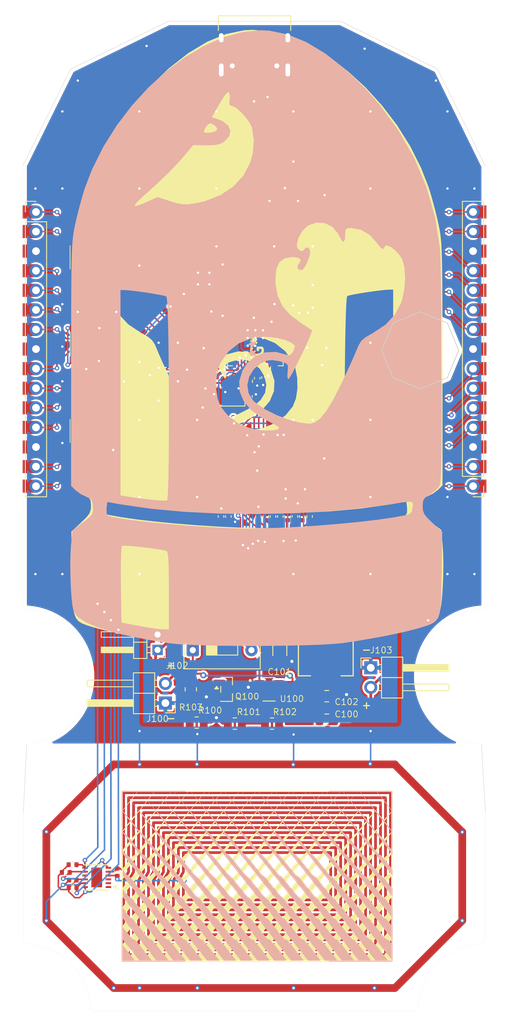
<source format=kicad_pcb>
(kicad_pcb (version 20241229) (generator "pcbnew") (generator_version "9.0")
  (layers (0 "F.Cu" signal) (2 "B.Cu" signal) (13 "F.Paste" user) (15 "B.Paste" user) (5 "F.SilkS" user "F.Silkscreen") (7 "B.SilkS" user "B.Silkscreen") (1 "F.Mask" user) (3 "B.Mask" user) (25 "Edge.Cuts" user))
  (net 0 "")
  (net 1 "+5V")
  (net 2 "GND")
  (net 3 "+3V3")
  (net 4 "+1V1")
  (net 5 "/XIN")
  (net 6 "Net-(C15-Pad2)")
  (net 7 "Net-(U5-VGL{slash}NC)")
  (net 8 "Net-(U5-VSH2)")
  (net 9 "Net-(U5-VDD)")
  (net 10 "Net-(U5-VPP)")
  (net 11 "Net-(U5-VSH1)")
  (net 12 "/PREVGH")
  (net 13 "Net-(U5-VSL)")
  (net 14 "/PREVGL")
  (net 15 "Net-(U5-VCOM)")
  (net 16 "Net-(D3-K)")
  (net 17 "Net-(D2-A)")
  (net 18 "Net-(D1-A)")
  (net 20 "/USB_D-")
  (net 21 "/USB_D+")
  (net 22 "Net-(J1-CC2)")
  (net 23 "Net-(J1-CC1)")
  (net 25 "/RESE")
  (net 26 "/GDR")
  (net 27 "Net-(U1-USB_DP)")
  (net 28 "/D+")
  (net 29 "/D-")
  (net 30 "Net-(U1-USB_DM)")
  (net 31 "/RESET")
  (net 32 "/XOUT")
  (net 33 "/QSPI_SS")
  (net 34 "Net-(R9-Pad1)")
  (net 35 "/NFC_SDA")
  (net 36 "/NFC_SCL")
  (net 37 "/NFC_GPO")
  (net 38 "/GPIO10")
  (net 39 "/EPD_MOSI")
  (net 40 "/EPD_CS")
  (net 42 "/GPIO29")
  (net 43 "/GPIO28")
  (net 44 "/QSPI_SD3")
  (net 45 "/GPIO21")
  (net 46 "/EPD_SCK")
  (net 47 "/GPIO24")
  (net 49 "/EPD_DC")
  (net 50 "/QSPI_SD0")
  (net 51 "/GPIO22")
  (net 52 "/GPIO25")
  (net 53 "/GPIO20")
  (net 54 "/GPIO27")
  (net 55 "/QSPI_SD1")
  (net 56 "/QSPI_SCK")
  (net 57 "/GPIO23")
  (net 58 "/EPD_RST")
  (net 59 "/EPD_BUSY")
  (net 60 "/GPIO26")
  (net 61 "/QSPI_SD2")
  (net 68 "Net-(U6-AC0)")
  (net 69 "Net-(U6-AC1)")
  (net 72 "/GPIO3")
  (net 73 "/GPIO6")
  (net 74 "/GPIO7")
  (net 75 "/GPIO4")
  (net 76 "/GPIO2")
  (net 77 "/GPIO1")
  (net 78 "/GPIO9")
  (net 79 "Net-(U1-GPIO0)")
  (net 80 "/GPIO5")
  (net 81 "/GPIO8")
  (net 82 "Net-(J3-Pin_1)")
  (net 83 "GNDD")
  (net 84 "/OUT_P")
  (net 85 "Net-(U1-FB)")
  (net 86 "Net-(U1-SW)")
  (net 87 "/BAT_P")
  (net 88 "/SOLAR_P")
  (net 89 "Net-(Q1-D)")
  (footprint "Connector_PinHeader_2.00mm:PinHeader_1x02_P2.00mm_Horizontal" (layer "F.Cu") (at 149.192893 106.859107 180)
    (property "Reference" "J101")
    (property "Value" "Conn_01x02_Pin" (hide yes))
  )
  (footprint "Capacitor_SMD:C_0402_1005Metric" (layer "F.Cu") (at 168.931004 89.55629 -90)
    (property "Reference" "C26" (hide yes))
    (property "Value" "1uF")
  )
  (footprint "Capacitor_SMD:C_0402_1005Metric" (layer "F.Cu") (at 161.933004 60.145286 90)
    (property "Reference" "C9" (hide yes))
    (property "Value" "0.1uF")
  )
  (footprint "Capacitor_SMD:C_0402_1005Metric" (layer "F.Cu") (at 166.231004 61.05629)
    (property "Reference" "C3" (hide yes))
    (property "Value" "1uF")
  )
  (footprint "PICS:LINE3" (layer "F.Cu") (at 162.04 136.23)
    (property "Reference" "G***" (hide yes))
    (property "Value" "LOGO" (hide yes))
  )
  (footprint "LED_SMD:LED_0805_2012Metric" (layer "F.Cu") (at 168.133004 31.087786 -90)
    (property "Reference" "D1" (hide yes))
    (property "Value" "KT-0805G")
  )
  (footprint "Resistor_SMD:R_0402_1005Metric" (layer "F.Cu") (at 161.133004 72.025286 90)
    (property "Reference" "R6" (hide yes))
    (property "Value" "1K")
  )
  (footprint "Diode_SMD:D_SOD-123" (layer "F.Cu") (at 165.833004 86.175286 90)
    (property "Reference" "D2" (hide yes))
    (property "Value" "MBR0530")
  )
  (footprint "Resistor_SMD:R_0805_2012Metric" (layer "F.Cu") (at 153.510893 111.971107 -90)
    (property "Reference" "R103")
    (property "Value" "10 kΩ" (hide yes))
  )
  (footprint "Capacitor_SMD:C_0402_1005Metric" (layer "F.Cu") (at 159.075504 55.65629)
    (property "Reference" "C16" (hide yes))
    (property "Value" "0.1uF")
  )
  (footprint "Capacitor_SMD:C_0402_1005Metric" (layer "F.Cu") (at 156.128004 67.650286 180)
    (property "Reference" "C7" (hide yes))
    (property "Value" "0.1uF")
  )
  (footprint "Capacitor_SMD:C_0402_1005Metric" (layer "F.Cu") (at 138.187294 136.715286)
    (property "Reference" "C29" (hide yes))
    (property "Value" "0.1uF")
  )
  (footprint "Resistor_SMD:R_0402_1005Metric" (layer "F.Cu") (at 138.748004 70.38379 180)
    (property "Reference" "R5" (hide yes))
    (property "Value" "10K")
  )
  (footprint "Inductor_SMD:L_Changjiang_FNR6028S" (layer "F.Cu") (at 161.333004 85.300286)
    (property "Reference" "L2")
    (property "Value" "68uH")
  )
  (footprint "Capacitor_SMD:C_0805_2012Metric" (layer "F.Cu") (at 171.163893 115.908107 180)
    (property "Reference" "C100")
    (property "Value" "10 pF 50 V X7R" (hide yes))
  )
  (footprint "Capacitor_SMD:C_0805_2012Metric" (layer "F.Cu") (at 171.163893 112.860107)
    (property "Reference" "C102")
    (property "Value" "4.7 μF 50 V X7R" (hide yes))
  )
  (footprint "Resistor_SMD:R_0402_1005Metric" (layer "F.Cu") (at 159.509502 34.935286 -90)
    (property "Reference" "R2" (hide yes))
    (property "Value" "5.1K")
  )
  (footprint "Resistor_SMD:R_0402_1005Metric" (layer "F.Cu") (at 138.167294 137.715286)
    (property "Reference" "R14" (hide yes))
    (property "Value" "10K")
  )
  (footprint "PICS:bill2" (layer "F.Cu") (at 162.18 66.42 -90)
    (property "Reference" "G***")
    (property "Value" "LOGO" (hide yes))
  )
  (footprint "Capacitor_SMD:C_0402_1005Metric" (layer "F.Cu") (at 161.133004 73.975286 90)
    (property "Reference" "C15" (hide yes))
    (property "Value" "33pF")
  )
  (footprint "kai's library:PinHeader_PAD_1x15_P2.54mm_Vertical" (layer "F.Cu") (at 190.158004 85.622915 180)
    (property "Reference" "J3" (hide yes))
    (property "Value" "Conn_01x15")
  )
  (footprint "Button_Switch_THT:SW_DIP_SPSTx01_Slide_9.78x4.72mm_W7.62mm_P2.54mm" (layer "F.Cu") (at 153.764893 106.891107)
    (property "Reference" "J102")
    (property "Value" "Conn_01x02_Pin" (hide yes))
  )
  (footprint "Connector_USB:USB_C_Receptacle_HRO_TYPE-C-31-M-12" (layer "F.Cu") (at 161.783004 28.525286 180)
    (property "Reference" "J1" (hide yes))
    (property "Value" "USB_C_Receptacle_USB2.0_16P")
  )
  (footprint "kai's library:SW_Push_SPST_TSA016" (layer "F.Cu") (at 139.333004 55.95379 -90)
    (property "Reference" "SW3" (hide yes))
    (property "Value" "TSA016A2526B")
  )
  (footprint "Resistor_SMD:R_0805_2012Metric" (layer "F.Cu") (at 159.225893 116.416107 180)
    (property "Reference" "R101")
    (property "Value" "604 kΩ 1%" (hide yes))
  )
  (footprint "Capacitor_SMD:C_0402_1005Metric" (layer "F.Cu") (at 167.031004 89.55629 -90)
    (property "Reference" "C24" (hide yes))
    (property "Value" "1uF")
  )
  (footprint "SS14:DIOM4325X250N" (layer "F.Cu") (at 163.416893 102.065107)
    (property "Reference" "D101")
    (property "Value" "SS14" (hide yes))
  )
  (footprint "Capacitor_SMD:C_0402_1005Metric" (layer "F.Cu") (at 167.683004 67.675286)
    (property "Reference" "C4" (hide yes))
    (property "Value" "0.1uF")
  )
  (footprint "Capacitor_SMD:C_0402_1005Metric" (layer "F.Cu") (at 166.581004 62.95629)
    (property "Reference" "C6" (hide yes))
    (property "Value" "0.1uF")
  )
  (footprint "Diode_SMD:D_SOD-123" (layer "F.Cu") (at 170.583004 86.175286 90)
    (property "Reference" "D4" (hide yes))
    (property "Value" "MBR0530")
  )
  (footprint "Capacitor_SMD:C_1206_3216Metric" (layer "F.Cu") (at 165.067893 106.891107 -90)
    (property "Reference" "C101")
    (property "Value" "22 μF 10 V X7R" (hide yes))
  )
  (footprint "Package_TO_SOT_SMD:SOT-223-3_TabPin2" (layer "F.Cu") (at 166.783004 54.05629 -90)
    (property "Reference" "U3" (hide yes))
    (property "Value" "NCP1117ST33T3G")
  )
  (footprint "Capacitor_SMD:C_0402_1005Metric" (layer "F.Cu") (at 158.381004 89.55629 -90)
    (property "Reference" "C18" (hide yes))
    (property "Value" "1uF")
  )
  (footprint "Package_DFN_QFN:QFN-56-1EP_7x7mm_P0.4mm_EP3.2x3.2mm" (layer "F.Cu") (at 161.892006 66.40629)
    (property "Reference" "U1" (hide yes))
    (property "Value" "RP2040")
  )
  (footprint "Connector_PinHeader_2.54mm:PinHeader_1x02_P2.54mm_Horizontal" (layer "F.Cu") (at 176.878893 109.177107)
    (property "Reference" "J103")
    (property "Value" "Conn_01x02_Pin" (hide yes))
  )
  (footprint "Capacitor_SMD:C_0402_1005Metric" (layer "F.Cu") (at 164.831004 60.62629 90)
    (property "Reference" "C12" (hide yes))
    (property "Value" "0.1uF")
  )
  (footprint "kai's library:PinHeader_PAD_1x15_P2.54mm_Vertical" (layer "F.Cu") (at 133.408004 50.06526)
    (property "Reference" "J2" (hide yes))
    (property "Value" "Conn_01x15")
  )
  (footprint "Package_TO_SOT_SMD:SOT-23" (layer "F.Cu") (at 158.161393 111.971107)
    (property "Reference" "Q100")
    (property "Value" "2N7002" (hide yes))
  )
  (footprint "nfc:25x35mm-NFC" (layer "F.Cu") (at 179.609794 125.205336 -90)
    (property "Reference" "L1" (hide yes))
    (property "Value" "NFC Antenna")
  )
  (footprint "Capacitor_SMD:C_0402_1005Metric" (layer "F.Cu") (at 157.431004 89.55629 -90)
    (property "Reference" "C17" (hide yes))
    (property "Value" "1uF")
  )
  (footprint "Capacitor_SMD:C_0402_1005Metric" (layer "F.Cu") (at 162.133004 71.625286 -90)
    (property "Reference" "C5" (hide yes))
    (property "Value" "0.1uF")
  )
  (footprint "Package_TO_SOT_SMD:SOT-23" (layer "F.Cu") (at 165.283004 81.112786 -90)
    (property "Reference" "Q2" (hide yes))
    (property "Value" "IRLML2060")
  )
  (footprint "SS14:DIOM4325X250N" (layer "F.Cu") (at 155.879893 102.065107 180)
    (property "Reference" "D100")
    (property "Value" "SS14" (hide yes))
  )
  (footprint "Resistor_SMD:R_0402_1005Metric" (layer "F.Cu") (at 168.133004 33.337786 180)
    (property "Reference" "R7" (hide yes))
    (property "Value" "220")
  )
  (footprint "Capacitor_SMD:C_0402_1005Metric" (layer "F.Cu") (at 162.281004 89.55629 -90)
    (property "Reference" "C19" (hide yes))
    (property "Value" "1uF")
  )
  (footprint "Connector_PinHeader_2.54mm:PinHeader_1x02_P2.54mm_Horizontal" (layer "F.Cu") (at 150.208893 113.749107 180)
    (property "Reference" "J100")
    (property "Value" "Conn_01x02_Pin" (hide yes))
  )
  (footprint "Crystal:Crystal_SMD_3225-4Pin_3.2x2.5mm" (layer "F.Cu") (at 158.833004 73.175286 90)
    (property "Reference" "Y1" (hide yes))
    (property "Value" "12MHz")
  )
  (footprint "Package_SO:SOIC-8_5.3x5.3mm_P1.27mm" (layer "F.Cu") (at 155.195504 58.65629)
    (property "Reference" "U4" (hide yes))
    (property "Value" "W25Q32JVSS")
  )
  (footprint "Capacitor_SMD:C_0603_1608Metric" (layer "F.Cu") (at 168.558004 83.025286 180)
    (property "Reference" "C27" (hide yes))
    (property "Value" "4.7uF")
  )
  (footprint "Capacitor_SMD:C_0402_1005Metric" (layer "F.Cu") (at 165.131004 89.55629 -90)
    (property "Reference" "C22" (hide yes))
    (property "Value" "1uF")
  )
  (footprint "Diode_SMD:D_SOD-123" (layer "F.Cu") (at 168.183004 86.175286 -90)
    (property "Reference" "D3" (hide yes))
    (property "Value" "MBR0530")
  )
  (footprint "Capacitor_SMD:C_0402_1005Metric" (layer "F.Cu") (at 157.181004 62.95629 180)
    (property "Reference" "C8" (hide yes))
    (property "Value" "0.1uF")
  )
  (footprint "Capacitor_SMD:C_0603_1608Metric" (layer "F.Cu") (at 159.633004 80.525286 -90)
    (property "Reference" "C28" (hide yes))
    (property "Value" "4.7uF")
  )
  (footprint "Package_TO_SOT_SMD:SOT-23-6" (layer "F.Cu") (at 161.722002 36.035286 -90)
    (property "Reference" "U2" (hide yes))
    (property "Value" "USBLC6-2SC6")
  )
  (footprint "footprints_coil:IND_ASPI-0630LR_ABR" (layer "F.Cu") (at 171.036893 106.345007 -90)
    (property "Reference" "L100")
    (property "Value" "ASPI-0630LR-100M-T15" (hide yes))
  )
  (footprint "kai's library:SW_Push_SPST_TSA016" (layer "F.Cu") (at 139.333004 67.20879 -90)
    (property "Reference" "SW1" (hide yes))
    (property "Value" "TSA016A2526B")
  )
  (footprint "Resistor_SMD:R_0402_1005Metric" (layer "F.Cu") (at 162.881004 60.80629 -90)
    (property "Reference" "R3" (hide yes))
    (property "Value" "22")
  )
  (footprint "Capacitor_SMD:C_0402_1005Metric" (layer "F.Cu") (at 143.957294 135.685286 -90)
    (property "Reference" "C30" (hide yes))
    (property "Value" "33pF")
  )
  (footprint "kai's library:LCSC_1x24-1MP_P0.5mm_Horizontal" (layer "F.Cu") (at 161.704506 94.52529)
    (property "Reference" "U5" (hide yes))
    (property "Value" "Conn")
  )
  (footprint "Capacitor_SMD:C_0402_1005Metric" (layer "F.Cu") (at 167.981004 89.55629 -90)
    (property "Reference" "C25" (hide yes))
    (property "Value" "1uF")
  )
  (footprint "Resistor_SMD:R_0402_1005Metric" (layer "F.Cu") (at 138.793004 81.625286)
    (property "Reference" "R9" (hide yes))
    (property "Value" "1K")
  )
  (footprint "Capacitor_SMD:C_0402_1005Metric" (layer "F.Cu") (at 166.081004 89.55629 -90)
    (property "Reference" "C23" (hide yes))
    (property "Value" "1uF")
  )
  (footprint "Resistor_SMD:R_0402_1005Metric" (layer "F.Cu") (at 151.295504 55.60629 180)
    (property "Reference" "R8" (hide yes))
    (property "Value" "10K")
  )
  (footprint "Capacitor_SMD:C_0402_1005Metric" (layer "F.Cu") (at 165.811004 62.00629)
    (property "Reference" "C10" (hide yes))
    (property "Value" "0.1uF")
  )
  (footprint "Resistor_SMD:R_0402_1005Metric" (layer "F.Cu") (at 137.277294 135.715286)
    (property "Reference" "R13" (hide yes))
    (property "Value" "10K")
  )
  (footprint "Resistor_SMD:R_0402_1005Metric" (layer "F.Cu") (at 138.157294 134.715286)
    (property "Reference" "R10" (hide yes))
    (property "Value" "10K")
  )
  (footprint "Capacitor_SMD:C_0402_1005Metric" (layer "F.Cu") (at 163.081004 71.53629 -90)
    (property "Reference" "C11" (hide yes))
    (property "Value" "1uF")
  )
  (footprint "Capacitor_SMD:C_0402_1005Metric" (layer "F.Cu") (at 156.535004 72.724282 90)
    (property "Reference" "C14" (hide yes))
    (property "Value" "33pF")
  )
  (footprint "Capacitor_SMD:C_0402_1005Metric" (layer "F.Cu") (at 163.231004 89.55629 -90)
    (property "Reference" "C20" (hide yes))
    (property "Value" "1uF")
  )
  (footprint "Capacitor_SMD:C_0402_1005Metric" (layer "F.Cu") (at 164.181004 89.55629 -90)
    (property "Reference" "C21" (hide yes))
    (property "Value" "1uF")
  )
  (footprint "AP3015AKTR-G1:SOT95P280X145-5N" (layer "F.Cu") (at 163.670893 111.971107)
    (property "Reference" "U100")
    (property "Value" "AP3015AKTR-G1" (hide yes))
  )
  (footprint "Resistor_SMD:R_0402_1005Metric" (layer "F.Cu") (at 166.233004 78.190286 90)
    (property "Reference" "R11" (hide yes))
    (property "Value" "10K")
  )
  (footprint "kai's library:SW_Push_SPST_TSA016" (layer "F.Cu") (at 139.333004 78.45879 -90)
    (property "Reference" "SW2" (hide yes))
    (property "Value" "TSA016A2526B")
  )
  (footprint "Resistor_SMD:R_0402_1005Metric" (layer "F.Cu") (at 163.881004 60.80629 -90)
    (property "Reference" "R4" (hide yes))
    (property "Value" "22")
  )
  (footprint "Resistor_SMD:R_0805_2012Metric" (layer "F.Cu") (at 164.051893 116.416107 180)
    (property "Reference" "R102")
    (property "Value" "1 ΜΩ" (hide yes))
  )
  (footprint "Capacitor_SMD:C_0805_2012Metric" (layer "F.Cu") (at 167.131004 59.50629)
    (property "Reference" "C2" (hide yes))
    (property "Value" "10uF")
  )
  (footprint "Capacitor_SMD:C_0805_2012Metric" (layer "F.Cu") (at 165.783004 48.60629)
    (property "Reference" "C1" (hide yes))
    (property "Value" "10uF")
  )
  (footprint "Package_DFN_QFN:ST_UFDFPN-12-1EP_3x3mm_P0.5mm_EP1.4x2.55mm" (layer "F.Cu") (at 141.294794 136.365286 180)
    (property "Reference" "U6" (hide yes))
    (property "Value" "ST25DV04K-JFR6D3")
  )
  (footprint "Resistor_SMD:R_0402_1005Metric" (layer "F.Cu") (at 163.909502 34.935286 -90)
    (property "Reference" "R1" (hide yes))
    (property "Value" "5.1K")
  )
  (footprint "Capacitor_SMD:C_0402_1005Metric" (layer "F.Cu") (at 160.983004 59.795286 90)
    (property "Reference" "C13" (hide yes))
    (property "Value" "0.1uF")
  )
  (footprint "Resistor_SMD:R_0402_1005Metric" (layer "F.Cu") (at 164.333004 78.200286 90)
    (property "Reference" "R12" (hide yes))
    (property "Value" "0.47")
  )
  (footprint "Resistor_SMD:R_0805_2012Metric" (layer "F.Cu") (at 154.272893 116.289107)
    (property "Reference" "R100")
    (property "Value" "1 ΜΩ" (hide yes))
  )
  (footprint "PICS:bill2" (layer "B.Cu") (at 161.982923 66.475248 -90)
    (property "Reference" "G***")
    (property "Value" "LOGO" (hide yes))
  )
  (footprint "PICS:LINE3" (layer "B.Cu") (at 162.18 136.16 180)
    (property "Reference" "G***" (hide yes))
    (property "Value" "LOGO" (hide yes))
  )
  (gr_line (start 180.017745 121.705336) (end 143.492446 121.705336) (stroke (width 1)) (layer "F.Cu") (net 2))
  (gr_line (start 180.013846 150.705336) (end 143.496545 150.705336) (stroke (width 1)) (layer "F.Cu") (net 2))
  (gr_line (start 134.757145 130.444736) (end 134.757145 141.970035) (stroke (width 1)) (layer "F.Cu") (net 2))
  (gr_line (start 134.757145 141.970035) (end 143.496545 150.705336) (stroke (width 1)) (layer "F.Cu") (net 2))
  (gr_line (start 188.757145 130.448758) (end 188.757145 141.965936) (stroke (width 1)) (layer "F.Cu") (net 2))
  (gr_line (start 141.408004 123.050286) (end 141.432294 131.410286) (stroke (width 0.2)) (layer "B.Cu") (net 35))
  (gr_line (start 144.132294 134.660286) (end 144.108004 126.300286) (stroke (width 0.2)) (layer "B.Cu") (net 3))
  (gr_line (start 142.283004 124.425286) (end 142.307294 132.785286) (stroke (width 0.2)) (layer "B.Cu") (net 36))
  (gr_line (start 143.133004 125.075286) (end 143.157294 133.435286) (stroke (width 0.2)) (layer "B.Cu") (net 37))
  (gr_line (start 183.290237 63.013763) (end 186.825771 64.478229) (stroke (width 0.1)) (layer "Edge.Cuts"))
  (gr_line (start 191.735184 44.099435) (end 185.548004 31.530108) (stroke (width 0.05)) (layer "Edge.Cuts"))
  (gr_line (start 150.605143 25.342836) (end 172.978675 25.342926) (stroke (width 0.05)) (layer "Edge.Cuts"))
  (gr_line (start 178.290237 68.013763) (end 179.754703 71.549297) (stroke (width 0.1)) (layer "Edge.Cuts"))
  (gr_arc (start 132.232449 144.965718) (mid 137.946658 147.515738) (end 140.496684 153.229953) (stroke (width 0.01)) (layer "Edge.Cuts"))
  (gr_arc (start 191.735186 101.106426) (mid 191.59816 101.450294) (end 191.262213 101.605718) (stroke (width 0.01)) (layer "Edge.Cuts"))
  (gr_arc (start 132.208159 101.605718) (mid 140.485186 110.342926) (end 132.208159 119.080134) (stroke (width 0.01)) (layer "Edge.Cuts"))
  (gr_line (start 191.735184 44.099435) (end 191.735186 101.106426) (stroke (width 0.01)) (layer "Edge.Cuts"))
  (gr_line (start 183.290237 63.013763) (end 179.754703 64.478229) (stroke (width 0.1)) (layer "Edge.Cuts"))
  (gr_arc (start 132.232449 144.965718) (mid 131.89809 144.812003) (end 131.759476 144.471116) (stroke (width 0.01)) (layer "Edge.Cuts"))
  (gr_line (start 186.825771 71.549296) (end 183.290237 73.013763) (stroke (width 0.1)) (layer "Edge.Cuts"))
  (gr_line (start 178.290237 68.013763) (end 179.754703 64.478229) (stroke (width 0.1)) (layer "Edge.Cuts"))
  (gr_arc (start 183.022268 153.229953) (mid 185.572284 147.515745) (end 191.286503 144.965718) (stroke (width 0.01)) (layer "Edge.Cuts"))
  (gr_line (start 179.754703 71.549297) (end 183.290237 73.013763) (stroke (width 0.1)) (layer "Edge.Cuts"))
  (gr_line (start 186.82577 71.549296) (end 188.290237 68.013763) (stroke (width 0.1)) (layer "Edge.Cuts"))
  (gr_line (start 186.825771 64.478229) (end 188.290237 68.013763) (stroke (width 0.1)) (layer "Edge.Cuts"))
  (gr_line (start 172.978675 25.342926) (end 185.548004 31.530108) (stroke (width 0.05)) (layer "Edge.Cuts"))
  (gr_arc (start 191.262213 119.080134) (mid 182.985186 110.342926) (end 191.262213 101.605718) (stroke (width 0.01)) (layer "Edge.Cuts"))
  (gr_line (start 132.208159 119.080133) (end 131.759476 127.939426) (stroke (width 0.05)) (layer "Edge.Cuts"))
  (gr_line (start 131.735104 44.005996) (end 137.922356 31.530081) (stroke (width 0.05)) (layer "Edge.Cuts"))
  (gr_line (start 191.759476 127.944221) (end 191.759476 144.466426) (stroke (width 0.01)) (layer "Edge.Cuts"))
  (gr_line (start 131.759476 127.939426) (end 131.759476 144.471116) (stroke (width 0.01)) (layer "Edge.Cuts"))
  (gr_arc (start 132.208159 101.605718) (mid 131.8738 101.452003) (end 131.735186 101.111116) (stroke (width 0.01)) (layer "Edge.Cuts"))
  (gr_line (start 131.735104 44.005996) (end 131.735186 101.111116) (stroke (width 0.01)) (layer "Edge.Cuts"))
  (gr_line (start 137.92235 31.530081) (end 150.605143 25.342836) (stroke (width 0.05)) (layer "Edge.Cuts"))
  (gr_line (start 191.262213 119.080133) (end 191.759476 127.944221) (stroke (width 0.05)) (layer "Edge.Cuts"))
  (gr_line (start 182.518286 153.702926) (end 140.995976 153.702926) (stroke (width 0.01)) (layer "Edge.Cuts"))
  (gr_arc (start 191.759476 144.466426) (mid 191.62245 144.810294) (end 191.286503 144.965718) (stroke (width 0.01)) (layer "Edge.Cuts"))
  (gr_arc (start 183.022268 153.229953) (mid 182.865144 153.567539) (end 182.518286 153.702926) (stroke (width 0.01)) (layer "Edge.Cuts"))
  (gr_arc (start 140.995976 153.702926) (mid 140.652108 153.565905) (end 140.496684 153.229953) (stroke (width 0.01)) (layer "Edge.Cuts"))
  (gr_text "BOOT" (at 141.433004 77.394504 270) (layer "F.SilkS") (effects (font (size 0.5 0.5) (thickness 0.1) (bold yes)) (justify left bottom)))
  (gr_text "+" (at 150.208893 109.431107 0) (layer "F.SilkS") (effects (font (size 1 1)) (justify left bottom)))
  (gr_text "-" (at 175.608893 107.399107 0) (layer "F.SilkS") (effects (font (size 1 1)) (justify left bottom)))
  (gr_text "USER" (at 141.433004 54.8776 270) (layer "F.SilkS") (effects (font (size 0.5 0.5) (thickness 0.1) (bold yes)) (justify left bottom)))
  (gr_text "-" (at 149.954893 103.589107 0) (layer "F.SilkS") (effects (font (size 1 1)) (justify left bottom)))
  (gr_text "+" (at 175.608893 114.597107 0) (layer "F.SilkS") (effects (font (size 1 1)) (justify left bottom)))
  (gr_text "RESET" (at 141.433004 65.977838 270) (layer "F.SilkS") (effects (font (size 0.5 0.5) (thickness 0.1) (bold yes)) (justify left bottom)))
  (gr_text "-" (at 150.208893 116.289107 0) (layer "F.SilkS") (effects (font (size 1 1)) (justify left bottom)))
  (segment (start 136.133004 50.075286) (end 139.632004 53.574286) (width 0.2) (layer "F.Cu") (net 1))
  (segment (start 163.025574 30.575286) (end 164.233004 31.782716) (width 0.4) (layer "F.Cu") (net 1))
  (segment (start 169.333004 62.475286) (end 170.883004 60.925286) (width 0.2) (layer "F.Cu") (net 1))
  (segment (start 164.833004 34.125606) (end 164.833004 36.175286) (width 0.6) (layer "F.Cu") (net 1))
  (segment (start 165.733004 46.975286) (end 164.883004 46.975286) (width 0.2) (layer "F.Cu") (net 1))
  (segment (start 158.888502 34.105946) (end 159.140162 33.854286) (width 0.2) (layer "F.Cu") (net 1))
  (segment (start 159.333004 32.570286) (end 159.333004 31.782716) (width 0.4) (layer "F.Cu") (net 1))
  (segment (start 159.333004 36.016286) (end 159.140162 36.016286) (width 0.2) (layer "F.Cu") (net 1))
  (segment (start 162.365034 36.175286) (end 164.833004 36.175286) (width 0.2) (layer "F.Cu") (net 1))
  (segment (start 159.333004 33.854286) (end 159.333004 32.570286) (width 0.2) (layer "F.Cu") (net 1))
  (segment (start 164.833004 48.60629) (end 164.833004 50.55629) (width 0.6) (layer "F.Cu") (net 1))
  (segment (start 158.888502 35.125946) (end 159.079162 34.935286) (width 0.2) (layer "F.Cu") (net 1))
  (segment (start 155.777294 53.575286) (end 159.333004 50.019576) (width 0.2) (layer "F.Cu") (net 1))
  (segment (start 170.883004 60.925286) (end 170.883004 47.875286) (width 0.2) (layer "F.Cu") (net 1))
  (segment (start 170.573004 69.925286) (end 170.883004 69.925286) (width 0.2) (layer "F.Cu") (net 1))
  (segment (start 158.888502 34.744626) (end 158.888502 34.105946) (width 0.2) (layer "F.Cu") (net 1))
  (segment (start 140.928158 53.05279) (end 141.184004 53.308636) (width 0.2) (layer "F.Cu") (net 1))
  (segment (start 161.722002 36.818318) (end 162.365034 36.175286) (width 0.2) (layer "F.Cu") (net 1))
  (segment (start 141.184004 53.308636) (end 141.184004 53.575286) (width 0.2) (layer "F.Cu") (net 1))
  (segment (start 164.883004 46.975286) (end 164.833004 46.925286) (width 0.2) (layer "F.Cu") (net 1))
  (segment (start 170.883004 69.925286) (end 186.580633 85.622915) (width 0.2) (layer "F.Cu") (net 1))
  (segment (start 139.88785 53.05279) (end 140.928158 53.05279) (width 0.2) (layer "F.Cu") (net 1))
  (segment (start 187.030633 85.622915) (end 187.033004 85.625286) (width 0.2) (layer "F.Cu") (net 1))
  (segment (start 164.233004 32.570286) (end 164.233004 33.525606) (width 0.6) (layer "F.Cu") (net 1))
  (segment (start 159.079162 34.935286) (end 158.888502 34.744626) (width 0.2) (layer "F.Cu") (net 1))
  (segment (start 141.184004 53.575286) (end 155.777294 53.575286) (width 0.2) (layer "F.Cu") (net 1))
  (segment (start 159.140162 33.854286) (end 159.333004 33.854286) (width 0.2) (layer "F.Cu") (net 1))
  (segment (start 164.833004 50.55629) (end 164.483004 50.90629) (width 0.6) (layer "F.Cu") (net 1))
  (segment (start 139.632004 53.308636) (end 139.88785 53.05279) (width 0.2) (layer "F.Cu") (net 1))
  (segment (start 139.632004 53.574286) (end 139.632004 53.308636) (width 0.2) (layer "F.Cu") (net 1))
  (segment (start 158.888502 35.764626) (end 158.888502 35.125946) (width 0.2) (layer "F.Cu") (net 1))
  (segment (start 186.580633 85.622915) (end 187.030633 85.622915) (width 0.2) (layer "F.Cu") (net 1))
  (segment (start 160.540434 30.575286) (end 163.025574 30.575286) (width 0.4) (layer "F.Cu") (net 1))
  (segment (start 159.140162 36.016286) (end 158.888502 35.764626) (width 0.2) (layer "F.Cu") (net 1))
  (segment (start 164.833004 46.925286) (end 164.833004 48.60629) (width 0.6) (layer "F.Cu") (net 1))
  (segment (start 159.333004 50.019576) (end 159.333004 36.016286) (width 0.2) (layer "F.Cu") (net 1))
  (segment (start 161.722002 37.172786) (end 161.722002 36.818318) (width 0.2) (layer "F.Cu") (net 1))
  (segment (start 164.833004 36.175286) (end 164.833004 46.925286) (width 0.6) (layer "F.Cu") (net 1))
  (segment (start 164.233004 31.782716) (end 164.233004 32.570286) (width 0.4) (layer "F.Cu") (net 1))
  (segment (start 164.233004 33.525606) (end 164.833004 34.125606) (width 0.6) (layer "F.Cu") (net 1))
  (segment (start 159.333004 31.782716) (end 160.540434 30.575286) (width 0.4) (layer "F.Cu") (net 1))
  (via (at 136.133004 50.075286) (size 0.6) (drill 0.3) (layers "F.Cu" "B.Cu") (net 1))
  (via (at 170.883004 47.875286) (size 0.6) (drill 0.3) (layers "F.Cu" "B.Cu") (net 1))
  (via (at 169.333004 62.475286) (size 0.6) (drill 0.3) (layers "F.Cu" "B.Cu") (net 1))
  (via (at 165.733004 46.975286) (size 0.6) (drill 0.3) (layers "F.Cu" "B.Cu") (net 1))
  (via (at 187.033004 85.625286) (size 0.6) (drill 0.3) (layers "F.Cu" "B.Cu") (net 1))
  (via (at 170.573004 69.925286) (size 0.6) (drill 0.3) (layers "F.Cu" "B.Cu") (net 1))
  (segment (start 170.573004 69.925286) (end 171.123004 69.925286) (width 0.2) (layer "B.Cu") (net 1))
  (segment (start 187.033004 85.625286) (end 187.035375 85.622915) (width 0.2) (layer "B.Cu") (net 1))
  (segment (start 172.083004 68.965286) (end 172.083004 67.025286) (width 0.2) (layer "B.Cu") (net 1))
  (segment (start 172.083004 67.025286) (end 169.333004 64.275286) (width 0.2) (layer "B.Cu") (net 1))
  (segment (start 187.283004 85.625286) (end 187.033004 85.625286) (width 0.2) (layer "B.Cu") (net 1))
  (segment (start 169.333004 64.275286) (end 169.333004 62.475286) (width 0.2) (layer "B.Cu") (net 1))
  (segment (start 171.123004 69.925286) (end 172.083004 68.965286) (width 0.2) (layer "B.Cu") (net 1))
  (segment (start 169.983004 46.975286) (end 165.733004 46.975286) (width 0.2) (layer "B.Cu") (net 1))
  (segment (start 133.525209 50.06526) (end 136.122978 50.06526) (width 0.2) (layer "B.Cu") (net 1))
  (segment (start 187.035375 85.622915) (end 189.945209 85.622915) (width 0.2) (layer "B.Cu") (net 1))
  (segment (start 170.883004 47.875286) (end 169.983004 46.975286) (width 0.2) (layer "B.Cu") (net 1))
  (segment (start 136.122978 50.06526) (end 136.133004 50.075286) (width 0.2) (layer "B.Cu") (net 1))
  (segment (start 166.733004 48.60629) (end 167.414008 48.60629) (width 0.2) (layer "F.Cu") (net 2))
  (segment (start 166.857294 121.685286) (end 166.807294 121.735286) (width 0.2) (layer "F.Cu") (net 2))
  (segment (start 142.007294 134.135286) (end 142.007294 134.315286) (width 0.2) (layer "F.Cu") (net 2))
  (segment (start 155.258004 67.650286) (end 155.183004 67.725286) (width 0.2) (layer "F.Cu") (net 2))
  (segment (start 142.007294 134.315286) (end 142.807294 135.115286) (width 0.2) (layer "F.Cu") (net 2))
  (segment (start 156.701004 62.95629) (end 156.202 62.95629) (width 0.2) (layer "F.Cu") (net 2))
  (segment (start 163.081004 72.01629) (end 163.081004 72.32531) (width 0.2) (layer "F.Cu") (net 2))
  (segment (start 161.722002 34.897786) (end 161.722002 35.714284) (width 0.2) (layer "F.Cu") (net 2))
  (segment (start 166.642844 62.00629) (end 166.810448 62.173894) (width 0.2) (layer "F.Cu") (net 2))
  (segment (start 161.133004 74.455286) (end 161.222024 74.455286) (width 0.2) (layer "F.Cu") (net 2))
  (segment (start 157.431004 88.558202) (end 157.470425 88.518781) (width 0.2) (layer "F.Cu") (net 2))
  (segment (start 154.357294 121.635286) (end 154.307294 121.685286) (width 0.2) (layer "F.Cu") (net 2))
  (segment (start 137.707294 136.715286) (end 137.087511 137.335069) (width 0.2) (layer "F.Cu") (net 2))
  (segment (start 156.535004 73.204282) (end 156.535004 73.694282) (width 0.2) (layer "F.Cu") (net 2))
  (segment (start 167.364008 62.95629) (end 167.583004 63.175286) (width 0.2) (layer "F.Cu") (net 2))
  (segment (start 163.909502 35.445286) (end 163.771502 35.445286) (width 0.2) (layer "F.Cu") (net 2))
  (segment (start 168.163004 67.675286) (end 168.633004 67.675286) (width 0.2) (layer "F.Cu") (net 2))
  (segment (start 166.291004 62.00629) (end 166.642844 62.00629) (width 0.2) (layer "F.Cu") (net 2))
  (segment (start 156.202 62.95629) (end 156.183004 62.975286) (width 0.2) (layer "F.Cu") (net 2))
  (segment (start 162.133004 72.105286) (end 162.133004 72.575286) (width 0.2) (layer "F.Cu") (net 2))
  (segment (start 159.683004 72.917282) (end 159.710004 72.944282) (width 0.2) (layer "F.Cu") (net 2))
  (segment (start 143.492446 121.709435) (end 134.757145 130.444736) (width 1) (layer "F.Cu") (net 2))
  (segment (start 161.257023 68.907161) (end 160.892006 69.272178) (width 0.2) (layer "F.Cu") (net 2))
  (segment (start 180.017745 121.705336) (end 180.017745 121.746035) (width 1) (layer "F.Cu") (net 2))
  (segment (start 161.722002 35.714284) (end 161.733004 35.725286) (width 0.2) (layer "F.Cu") (net 2))
  (segment (start 163.081004 72.32531) (end 162.907016 72.499298) (width 0.2) (layer "F.Cu") (net 2))
  (segment (start 137.087511 137.335069) (end 136.915876 137.335069) (width 0.2) (layer "F.Cu") (net 2))
  (segment (start 151.608004 60.56129) (end 152.470478 60.56129) (width 0.2) (layer "F.Cu") (net 2))
  (segment (start 152.470478 60.56129) (end 152.608739 60.699551) (width 0.2) (layer "F.Cu") (net 2))
  (segment (start 161.222024 74.455286) (end 161.959016 73.718294) (width 0.2) (layer "F.Cu") (net 2))
  (segment (start 167.061004 62.95629) (end 167.364008 62.95629) (width 0.2) (layer "F.Cu") (net 2))
  (segment (start 157.983004 73.421282) (end 157.985004 73.419282) (width 0.2) (layer "F.Cu") (net 2))
  (segment (start 161.376446 68.907161) (end 161.257023 68.907161) (width 0.2) (layer "F.Cu") (net 2))
  (segment (start 180.017745 150.705336) (end 180.013846 150.705336) (width 1) (layer "F.Cu") (net 2))
  (segment (start 188.757145 141.965936) (end 180.017745 150.705336) (width 1) (layer "F.Cu") (net 2))
  (segment (start 167.414008 48.60629) (end 167.433004 48.625286) (width 0.2) (layer "F.Cu") (net 2))
  (segment (start 180.017745 121.746035) (end 188.757145 130.485435) (width 1) (layer "F.Cu") (net 2))
  (segment (start 155.648004 67.650286) (end 155.258004 67.650286) (width 0.2) (layer "F.Cu") (net 2))
  (segment (start 176.857294 121.585286) (end 176.807294 121.635286) (width 0.2) (layer "F.Cu") (net 2))
  (segment (start 157.431004 89.07629) (end 157.431004 88.558202) (width 0.2) (layer "F.Cu") (net 2))
  (segment (start 143.492446 121.705336) (end 143.492446 121.709435) (width 1) (layer "F.Cu") (net 2))
  (segment (start 163.771502 35.445286) (end 163.472002 35.145786) (width 0.2) (layer "F.Cu") (net 2))
  (segment (start 157.983004 74.275286) (end 157.983004 73.421282) (width 0.2) (layer "F.Cu") (net 2))
  (segment (start 160.892006 69.272178) (end 160.892006 69.84379) (width 0.2) (layer "F.Cu") (net 2))
  (segment (start 159.683004 72.075286) (end 159.683004 72.917282) (width 0.2) (layer "F.Cu") (net 2))
  (via (at 162.892006 65.40629) (size 0.6) (drill 0.3) (layers "F.Cu" "B.Cu") (net 2))
  (via (at 144.833004 72.025286) (size 0.6) (drill 0.3) (layers "F.Cu" "B.Cu") (net 2))
  (via (at 188.757145 130.485435) (size 0.6) (drill 0.3) (layers "F.Cu" "B.Cu") (net 2))
  (via (at 154.357294 150.705336) (size 0.6) (drill 0.3) (layers "F.Cu" "B.Cu") (net 2))
  (via (at 133.333004 47.025286) (size 0.6) (drill 0.3) (layers "F.Cu" "B.Cu") (net 2))
  (via (at 185.333004 33.025286) (size 0.6) (drill 0.3) (layers "F.Cu" "B.Cu") (net 2))
  (via (at 146.857294 150.705336) (size 0.6) (drill 0.3) (layers "F.Cu" "B.Cu") (net 2))
  (via (at 146.833004 87.025286) (size 0.6) (drill 0.3) (layers "F.Cu" "B.Cu") (net 2))
  (via (at 190.333004 47.025286) (size 0.6) (drill 0.3) (layers "F.Cu" "B.Cu") (net 2))
  (via (at 156.833004 47.025286) (size 0.6) (drill 0.3) (layers "F.Cu" "B.Cu") (net 2))
  (via (at 151.833004 72.025286) (size 0.6) (drill 0.3) (layers "F.Cu" "B.Cu") (net 2))
  (via (at 156.833004 54.525286) (size 0.6) (drill 0.3) (layers "F.Cu" "B.Cu") (net 2))
  (via (at 154.357294 117.77) (size 0.6) (drill 0.3) (layers "F.Cu" "B.Cu") (net 2))
  (via (at 160.892006 67.40629) (size 0.6) (drill 0.3) (layers "F.Cu" "B.Cu") (net 2))
  (via (at 160.833004 79.025286) (size 0.6) (drill 0.3) (layers "F.Cu" "B.Cu") (net 2))
  (via (at 166.810448 62.173894) (size 0.6) (drill 0.3) (layers "F.Cu" "B.Cu") (net 2))
  (via (at 134.757145 141.970035) (size 0.6) (drill 0.3) (layers "F.Cu" "B.Cu") (net 2))
  (via (at 161.376446 68.907161) (size 0.6) (drill 0.3) (layers "F.Cu" "B.Cu") (net 2))
  (via (at 138.833004 33.025286) (size 0.6) (drill 0.3) (layers "F.Cu" "B.Cu") (net 2))
  (via (at 160.892006 65.40629) (size 0.6) (drill 0.3) (layers "F.Cu" "B.Cu") (net 2))
  (via (at 147.767294 28.535286) (size 0.6) (drill 0.3) (layers "F.Cu" "B.Cu") (net 2))
  (via (at 186.833004 97.025286) (size 0.6) (drill 0.3) (layers "F.Cu" "B.Cu") (net 2))
  (via (at 176.807294 121.635286) (size 0.6) (drill 0.3) (layers "F.Cu" "B.Cu") (net 2))
  (via (at 149.333004 74.525286) (size 0.6) (drill 0.3) (layers "F.Cu" "B.Cu") (net 2))
  (via (at 156.535004 73.694282) (size 0.6) (drill 0.3) (layers "F.Cu" "B.Cu") (net 2))
  (via (at 163.733004 48.625286) (size 0.6) (drill 0.3) (layers "F.Cu" "B.Cu") (net 2))
  (via (at 161.892006 67.40629) (size 0.6) (drill 0.3) (layers "F.Cu" "B.Cu") (net 2))
  (via (at 136.833004 72.025286) (size 0.6) (drill 0.3) (layers "F.Cu" "B.Cu") (net 2))
  (via (at 176.833004 47.025286) (size 0.6) (drill 0.3) (layers "F.Cu" "B.Cu") (net 2))
  (via (at 162.892006 66.40629) (size 0.6) (drill 0.3) (layers "F.Cu" "B.Cu") (net 2))
  (via (at 186.833004 47.025286) (size 0.6) (drill 0.3) (layers "F.Cu" "B.Cu") (net 2))
  (via (at 161.733004 35.725286) (size 0.6) (drill 0.3) (layers "F.Cu" "B.Cu") (net 2))
  (via (at 143.833004 63.025286) (size 0.6) (drill 0.3) (layers "F.Cu" "B.Cu") (net 2))
  (via (at 146.833004 57.025286) (size 0.6) (drill 0.3) (layers "F.Cu" "B.Cu") (net 2))
  (via (at 155.183004 67.725286) (size 0.6) (drill 0.3) (layers "F.Cu" "B.Cu") (net 2))
  (via (at 149.333004 67.025286) (size 0.6) (drill 0.3) (layers "F.Cu" "B.Cu") (net 2))
  (via (at 176.833004 87.025286) (size 0.6) (drill 0.3) (layers "F.Cu" "B.Cu") (net 2))
  (via (at 184.333004 103.025286) (size 0.6) (drill 0.3) (layers "F.Cu" "B.Cu") (net 2))
  (via (at 168.633004 67.675286) (size 0.6) (drill 0.3) (layers "F.Cu" "B.Cu") (net 2))
  (via (at 154.433004 59.450286) (size 0.6) (drill 0.3) (layers "F.Cu" "B.Cu") (net 2))
  (via (at 143.496545 150.705336) (size 0.6) (drill 0.3) (layers "F.Cu" "B.Cu") (net 2))
  (via (at 163.472002 35.145786) (size 0.6) (drill 0.3) (layers "F.Cu" "B.Cu") (net 2))
  (via (at 186.833004 87.025286) (size 0.6) (drill 0.3) (layers "F.Cu" "B.Cu") (net 2))
  (via (at 156.833004 37.025286) (size 0.6) (drill 0.3) (layers "F.Cu" "B.Cu") (net 2))
  (via (at 176.833004 77.025286) (size 0.6) (drill 0.3) (layers "F.Cu" "B.Cu") (net 2))
  (via (at 134.757145 130.444736) (size 0.6) (drill 0.3) (layers "F.Cu" "B.Cu") (net 2))
  (via (at 157.985004 73.419282) (size 0.6) (drill 0.3) (layers "F.Cu" "B.Cu") (net 2))
  (via (at 162.133004 72.575286) (size 0.6) (drill 0.3) (layers "F.Cu" "B.Cu") (net 2))
  (via (at 133.333004 97.025286) (size 0.6) (drill 0.3) (layers "F.Cu" "B.Cu") (net 2))
  (via (at 159.258004 90.250286) (size 0.6) (drill 0.3) (layers "F.Cu" "B.Cu") (net 2))
  (via (at 141.633004 65.125286) (size 0.6) (drill 0.3) (layers "F.Cu" "B.Cu") (net 2))
  (via (at 166.833004 97.025286) (size 0.6) (drill 0.3) (layers "F.Cu" "B.Cu") (net 2))
  (via (at 161.892006 66.40629) (size 0.6) (drill 0.3) (layers "F.Cu" "B.Cu") (net 2))
  (via (at 166.857294 150.705336) (size 0.6) (drill 0.3) (layers "F.Cu" "B.Cu") (net 2))
  (via (at 161.892006 65.40629) (size 0.6) (drill 0.3) (layers "F.Cu" "B.Cu") (net 2))
  (via (at 166.833004 77.025286) (size 0.6) (drill 0.3) (layers "F.Cu" "B.Cu") (net 2))
  (via (at 146.833004 47.025286) (size 0.6) (drill 0.3) (layers "F.Cu" "B.Cu") (net 2))
  (via (at 154.333004 87.025286) (size 0.6) (drill 0.3) (layers "F.Cu" "B.Cu") (net 2))
  (via (at 154.333004 77.025286) (size 0.6) (drill 0.3) (layers "F.Cu" "B.Cu") (net 2))
  (via (at 162.907016 72.499298) (size 0.6) (drill 0.3) (layers "F.Cu" "B.Cu") (net 2))
  (via (at 159.710004 72.944282) (size 0.6) (drill 0.3) (layers "F.Cu" "B.Cu") (net 2))
  (via (at 166.833004 43.525286) (size 0.6) (drill 0.3) (layers "F.Cu" "B.Cu") (net 2))
  (via (at 154.433004 57.950286) (size 0.6) (drill 0.3) (layers "F.Cu" "B.Cu") (net 2))
  (via (at 146.857294 117.385286) (size 0.6) (drill 0.3) (layers "F.Cu" "B.Cu") (net 2))
  (via (at 157.470425 88.518781) (size 0.6) (drill 0.3) (layers "F.Cu" "B.Cu") (net 2))
  (via (at 169.333004 54.525286) (size 0.6) (drill 0.3) (layers "F.Cu" "B.Cu") (net 2))
  (via (at 142.007294 134.135286) (size 0.6) (drill 0.3) (layers "F.Cu" "B.Cu") (net 2))
  (via (at 151.833004 67.025286) (size 0.6) (drill 0.3) (layers "F.Cu" "B.Cu") (net 2))
  (via (at 136.833004 97.025286) (size 0.6) (drill 0.3) (layers "F.Cu" "B.Cu") (net 2))
  (via (at 167.433004 48.625286) (size 0.6) (drill 0.3) (layers "F.Cu" "B.Cu") (net 2))
  (via (at 176.833004 97.025286) (size 0.6) (drill 0.3) (layers "F.Cu" "B.Cu") (net 2))
  (via (at 146.833004 37.025286) (size 0.6) (drill 0.3) (layers "F.Cu" "B.Cu") (net 2))
  (via (at 136.833004 62.025286) (size 0.6) (drill 0.3) (layers "F.Cu" "B.Cu") (net 2))
  (via (at 164.333004 54.525286) (size 0.6) (drill 0.3) (layers "F.Cu" "B.Cu") (net 2))
  (via (at 136.833004 47.025286) (size 0.6) (drill 0.3) (layers "F.Cu" "B.Cu") (net 2))
  (via (at 156.183004 62.975286) (size 0.6) (drill 0.3) (layers "F.Cu" "B.Cu") (net 2))
  (via (at 165.833004 86.025286) (size 0.6) (drill 0.3) (layers "F.Cu" "B.Cu") (net 2))
  (via (at 176.077294 28.895286) (size 0.6) (drill 0.3) (layers "F.Cu" "B.Cu") (net 2))
  (via (at 161.959016 73.718294) (size 0.6) (drill 0.3) (layers "F.Cu" "B.Cu") (net 2))
  (via (at 170.833004 82.025286) (size 0.6) (drill 0.3) (layers "F.Cu" "B.Cu") (net 2))
  (via (at 166.807294 121.735286) (size 0.6) (drill 0.3) (layers "F.Cu" "B.Cu") (net 2))
  (via (at 160.892006 66.40629) (size 0.6) (drill 0.3) (layers "F.Cu" "B.Cu") (net 2))
  (via (at 166.857294 117.83) (size 0.6) (drill 0.3) (layers "F.Cu" "B.Cu") (net 2))
  (via (at 168.333004 86.025286) (size 0.6) (drill 0.3) (layers "F.Cu" "B.Cu") (net 2))
  (via (at 188.757145 141.965936) (size 0.6) (drill 0.3) (layers "F.Cu" "B.Cu") (net 2))
  (via (at 155.933004 59.450286) (size 0.6) (drill 0.3) (layers "F.Cu" "B.Cu") (net 2))
  (via (at 177.357294 150.705336) (size 0.6) (drill 0.3) (layers "F.Cu" "B.Cu") (net 2))
  (via (at 171.113004 67.715286) (size 0.6) (drill 0.3) (layers "F.Cu" "B.Cu") (net 2))
  (via (at 136.915876 137.335069) (size 0.6) (drill 0.3) (layers "F.Cu" "B.Cu") (net 2))
  (via (at 167.583004 63.175286) (size 0.6) (drill 0.3) (layers "F.Cu" "B.Cu") (net 2))
  (via (at 155.933004 57.950286) (size 0.6) (drill 0.3) (layers "F.Cu" "B.Cu") (net 2))
  (via (at 141.583004 69.375286) (size 0.6) (drill 0.3) (layers "F.Cu" "B.Cu") (net 2))
  (via (at 186.833004 37.025286) (size 0.6) (drill 0.3) (layers "F.Cu" "B.Cu") (net 2))
  (via (at 176.833004 67.025286) (size 0.6) (drill 0.3) (layers "F.Cu" "B.Cu") (net 2))
  (via (at 176.833004 37.025286) (size 0.6) (drill 0.3) (layers "F.Cu" "B.Cu") (net 2))
  (via (at 169.333004 77.025286) (size 0.6) (drill 0.3) (layers "F.Cu" "B.Cu") (net 2))
  (via (at 146.833004 77.025286) (size 0.6) (drill 0.3) (layers "F.Cu" "B.Cu") (net 2))
  (via (at 154.307294 121.685286) (size 0.6) (drill 0.3) (layers "F.Cu" "B.Cu") (net 2))
  (via (at 176.857294 117.385286) (size 0.6) (drill 0.3) (layers "F.Cu" "B.Cu") (net 2))
  (via (at 169.333004 59.525286) (size 0.6) (drill 0.3) (layers "F.Cu" "B.Cu") (net 2))
  (via (at 166.833004 37.025286) (size 0.6) (drill 0.3) (layers "F.Cu" "B.Cu") (net 2))
  (via (at 146.833004 69.525286) (size 0.6) (drill 0.3) (layers "F.Cu" "B.Cu") (net 2))
  (via (at 146.833004 97.025286) (size 0.6) (drill 0.3) (layers "F.Cu" "B.Cu") (net 2))
  (via (at 152.608739 60.699551) (size 0.6) (drill 0.3) (layers "F.Cu" "B.Cu") (net 2))
  (via (at 136.833004 67.525286) (size 0.6) (drill 0.3) (layers "F.Cu" "B.Cu") (net 2))
  (via (at 146.857294 121.705336) (size 0.6) (drill 0.3) (layers "F.Cu" "B.Cu") (net 2))
  (via (at 136.833004 80.025286) (size 0.6) (drill 0.3) (layers "F.Cu" "B.Cu") (net 2))
  (via (at 136.833004 37.025286) (size 0.6) (drill 0.3) (layers "F.Cu" "B.Cu") (net 2))
  (via (at 190.333004 97.025286) (size 0.6) (drill 0.3) (layers "F.Cu" "B.Cu") (net 2))
  (segment (start 176.857294 117.385286) (end 176.857294 121.585286) (width 0.2) (layer "B.Cu") (net 2))
  (segment (start 154.357294 121.635286) (end 154.307294 121.685286) (width 0.2) (layer "B.Cu") (net 2))
  (segment (start 138.807511 137.335069) (end 142.007294 134.135286) (width 0.2) (layer "B.Cu") (net 2))
  (segment (start 176.857294 121.585286) (end 176.807294 121.635286) (width 0.2) (layer "B.Cu") (net 2))
  (segment (start 154.357294 117.77) (end 154.357294 121.635286) (width 0.2) (layer "B.Cu") (net 2))
  (segment (start 146.857294 117.385286) (end 146.857294 121.705336) (width 0.2) (layer "B.Cu") (net 2))
  (segment (start 134.757145 139.4938) (end 134.757145 141.970035) (width 0.2) (layer "B.Cu") (net 2))
  (segment (start 166.857294 117.83) (end 166.857294 121.685286) (width 0.2) (layer "B.Cu") (net 2))
  (segment (start 136.915876 137.335069) (end 138.807511 137.335069) (width 0.2) (layer "B.Cu") (net 2))
  (segment (start 136.915876 137.335069) (end 134.757145 139.4938) (width 0.2) (layer "B.Cu") (net 2))
  (segment (start 166.857294 121.685286) (end 166.807294 121.735286) (width 0.2) (layer "B.Cu") (net 2))
  (segment (start 156.608004 67.650286) (end 153.733004 70.525286) (width 0.2) (layer "F.Cu") (net 3))
  (segment (start 187.033004 78.225286) (end 183.033004 78.225286) (width 0.2) (layer "F.Cu") (net 3))
  (segment (start 162.492006 63.504064) (end 162.492006 62.96879) (width 0.2) (layer "F.Cu") (net 3))
  (segment (start 164.591006 68.750286) (end 164.583004 68.750286) (width 0.2) (layer "F.Cu") (net 3))
  (segment (start 136.133004 60.325286) (end 138.833004 63.025286) (width 0.2) (layer "F.Cu") (net 3))
  (segment (start 167.392004 60.65832) (end 167.392004 61.784286) (width 0.4) (layer "F.Cu") (net 3))
  (segment (start 167.952004 68.424286) (end 167.203004 67.675286) (width 0.2) (layer "F.Cu") (net 3))
  (segment (start 166.239974 59.50629) (end 167.392004 60.65832) (width 0.4) (layer "F.Cu") (net 3))
  (segment (start 136.767294 135.595286) (end 137.647294 134.715286) (width 0.2) (layer "F.Cu") (net 3))
  (segment (start 160.783004 83.600286) (end 159.083004 85.300286) (width 0.4) (layer "F.Cu") (net 3))
  (segment (start 161.294064 64.386346) (end 160.714008 63.80629) (width 0.2) (layer "F.Cu") (net 3))
  (segment (start 139.807294 138.235286) (end 139.807294 137.640286) (width 0.2) (layer "F.Cu") (net 3))
  (segment (start 166.181004 59.50629) (end 166.181004 57.80829) (width 0.6) (layer "F.Cu") (net 3))
  (segment (start 158.595504 55.65629) (end 158.595504 56.56379) (width 0.2) (layer "F.Cu") (net 3))
  (segment (start 162.695232 63.70729) (end 162.492006 63.504064) (width 0.2) (layer "F.Cu") (net 3))
  (segment (start 162.016176 64.386346) (end 161.294064 64.386346) (width 0.2) (layer "F.Cu") (net 3))
  (segment (start 168.643004 49.04629) (end 166.783004 50.90629) (width 0.2) (layer "F.Cu") (net 3))
  (segment (start 162.135004 83.600286) (end 160.783004 83.600286) (width 0.4) (layer "F.Cu") (net 3))
  (segment (start 165.751004 61.05629) (end 165.610004 61.19729) (width 0.4) (layer "F.Cu") (net 3))
  (segment (start 165.329506 67.40629) (end 166.934008 67.40629) (width 0.2) (layer "F.Cu") (net 3))
  (segment (start 139.933004 70.425286) (end 149.233004 70.425286) (width 0.2) (layer "F.Cu") (net 3))
  (segment (start 138.767294 136.615286) (end 138.667294 136.715286) (width 0.2) (layer "F.Cu") (net 3))
  (segment (start 136.314876 136.167704) (end 136.314876 137.584012) (width 0.2) (layer "F.Cu") (net 3))
  (segment (start 168.643004 33.337786) (end 168.643004 49.04629) (width 0.2) (layer "F.Cu") (net 3))
  (segment (start 164.591006 63.967284) (end 164.591006 67.203064) (width 0.2) (layer "F.Cu") (net 3))
  (segment (start 159.108004 63.80629) (end 159.193006 63.891292) (width 0.2) (layer "F.Cu") (net 3))
  (segment (start 159.083004 85.300286) (end 159.083004 81.850286) (width 0.4) (layer "F.Cu") (net 3))
  (segment (start 139.782294 136.615286) (end 138.767294 136.615286) (width 0.2) (layer "F.Cu") (net 3))
  (segment (start 164.591006 67.592284) (end 164.591006 68.750286) (width 0.2) (layer "F.Cu") (net 3))
  (segment (start 139.807294 137.640286) (end 139.782294 137.615286) (width 0.2) (layer "F.Cu") (net 3))
  (segment (start 157.661004 63.497286) (end 157.633004 63.525286) (width 0.2) (layer "F.Cu") (net 3))
  (segment (start 166.181004 57.80829) (end 166.783004 57.20629) (width 0.6) (layer "F.Cu") (net 3))
  (segment (start 162.092006 69.308516) (end 162.092006 69.84379) (width 0.2) (layer "F.Cu") (net 3))
  (segment (start 164.777 67.40629) (end 164.591006 67.592284) (width 0.2) (layer "F.Cu") (net 3))
  (segment (start 165.610004 62.46529) (end 166.101004 62.95629) (width 0.4) (layer "F.Cu") (net 3))
  (segment (start 162.295232 69.10529) (end 162.092006 69.308516) (width 0.2) (layer "F.Cu") (net 3))
  (segment (start 164.492006 62.845288) (end 165.331004 62.00629) (width 0.2) (layer "F.Cu") (net 3))
  (segment (start 163.403506 91.67629) (end 163.403506 91.62529) (width 0.4) (layer "F.Cu") (net 3))
  (segment (start 166.181004 59.50629) (end 166.239974 59.50629) (width 0.4) (layer "F.Cu") (net 3))
  (segment (start 159.193006 63.891292) (end 159.193006 67.203064) (width 0.2) (layer "F.Cu") (net 3))
  (segment (start 137.657294 138.185229) (end 137.657294 137.715286) (width 0.2) (layer "F.Cu") (net 3))
  (segment (start 157.661004 62.95629) (end 157.661004 63.012788) (width 0.2) (layer "F.Cu") (net 3))
  (segment (start 161.933004 60.625286) (end 162.093006 60.785288) (width 0.2) (layer "F.Cu") (net 3))
  (segment (start 166.783004 50.90629) (end 166.783004 57.20629) (width 0.6) (layer "F.Cu") (net 3))
  (segment (start 164.591006 67.203064) (end 164.794232 67.40629) (width 0.2) (layer "F.Cu") (net 3))
  (segment (start 162.092006 71.104288) (end 162.133004 71.145286) (width 0.2) (layer "F.Cu") (net 3))
  (segment (start 139.8995 70.45879) (end 139.333004 70.45879) (width 0.2) (layer "F.Cu") (net 3))
  (segment (start 162.954506 90.709792) (end 162.954506 91.62529) (width 0.2) (layer "F.Cu") (net 3))
  (segment (start 162.695232 63.70729) (end 162.016176 64.386346) (width 0.2) (layer "F.Cu") (net 3))
  (segment (start 164.752 63.80629) (end 164.591006 63.967284) (width 0.2) (layer "F.Cu") (net 3))
  (segment (start 139.056294 138.986286) (end 138.458351 138.986286) (width 0.2) (layer "F.Cu") (net 3))
  (segment (start 157.661004 62.95629) (end 157.661004 63.497286) (width 0.2) (layer "F.Cu") (net 3))
  (segment (start 162.093006 60.785288) (end 162.093006 62.96879) (width 0.2) (layer "F.Cu") (net 3))
  (segment (start 158.659008 56.875286) (end 158.783004 56.75129) (width 0.2) (layer "F.Cu") (net 3))
  (segment (start 165.329506 67.40629) (end 164.777 67.40629) (width 0.2) (layer "F.Cu") (net 3))
  (segment (start 136.767294 135.715286) (end 136.314876 136.167704) (width 0.2) (layer "F.Cu") (net 3))
  (segment (start 149.233004 70.425286) (end 149.383004 70.275286) (width 0.2) (layer "F.Cu") (net 3))
  (segment (start 162.297427 88.29629) (end 162.297427 83.762709) (width 0.4) (layer "F.Cu") (net 3))
  (segment (start 165.610004 61.19729) (end 165.610004 62.46529) (width 0.4) (layer "F.Cu") (net 3))
  (segment (start 165.751004 59.93629) (end 166.181004 59.50629) (width 0.4) (layer "F.Cu") (net 3))
  (segment (start 156.852 67.40629) (end 156.608004 67.650286) (width 0.2) (layer "F.Cu") (net 3))
  (segment (start 158.454506 67.40629) (end 156.852 67.40629) (width 0.2) (layer "F.Cu") (net 3))
  (segment (start 164.492006 62.96879) (end 164.492006 62.845288) (width 0.2) (layer "F.Cu") (net 3))
  (segment (start 164.583004 68.750286) (end 164.228 69.10529) (width 0.2) (layer "F.Cu") (net 3))
  (segment (start 136.767294 135.715286) (end 136.767294 135.595286) (width 0.2) (layer "F.Cu") (net 3))
  (segment (start 138.657294 136.715286) (end 137.657294 137.715286) (width 0.2) (layer "F.Cu") (net 3))
  (segment (start 163.110314 92.845008) (end 163.110314 91.730098) (width 0.4) (layer "F.Cu") (net 3))
  (segment (start 150.658004 97.700286) (end 159.983004 97.700286) (width 0.2) (layer "F.Cu") (net 3))
  (segment (start 136.666933 137.936069) (end 137.436511 137.936069) (width 0.2) (layer "F.Cu") (net 3))
  (segment (start 165.329506 63.80629) (end 165.329506 63.727788) (width 0.2) (layer "F.Cu") (net 3))
  (segment (start 173.232004 68.424286) (end 167.952004 68.424286) (width 0.2) (layer "F.Cu") (net 3))
  (segment (start 164.092006 62.96879) (end 164.092006 63.516284) (width 0.2) (layer "F.Cu") (net 3))
  (segment (start 139.933004 70.425286) (end 139.8995 70.45879) (width 0.2) (layer "F.Cu") (net 3))
  (segment (start 157.633004 56.875286) (end 158.659008 56.875286) (width 0.2) (layer "F.Cu") (net 3))
  (segment (start 165.329506 63.727788) (end 166.101004 62.95629) (width 0.2) (layer "F.Cu") (net 3))
  (segment (start 138.667294 136.715286) (end 138.657294 136.715286) (width 0.2) (layer "F.Cu") (net 3))
  (segment (start 165.751004 61.05629) (end 165.751004 59.93629) (width 0.4) (layer "F.Cu") (net 3))
  (segment (start 163.901 63.70729) (end 162.695232 63.70729) (width 0.2) (layer "F.Cu") (net 3))
  (segment (start 164.794232 67.40629) (end 165.329506 67.40629) (width 0.2) (layer "F.Cu") (net 3))
  (segment (start 159.983004 97.700286) (end 163.110314 94.572976) (width 0.2) (layer "F.Cu") (net 3))
  (segment (start 136.133004 60.225286) (end 136.133004 60.325286) (width 0.2) (layer "F.Cu") (net 3))
  (segment (start 163.110314 91.969482) (end 163.403506 91.67629) (width 0.4) (layer "F.Cu") (net 3))
  (segment (start 153.733004 70.525286) (end 153.033004 70.525286) (width 0.2) (layer "F.Cu") (net 3))
  (segment (start 137.436511 137.936069) (end 137.657294 137.715286) (width 0.2) (layer "F.Cu") (net 3))
  (segment (start 159.193006 67.203064) (end 158.98978 67.40629) (width 0.2) (layer "F.Cu") (net 3))
  (segment (start 163.110314 91.730098) (end 163.005506 91.62529) (width 0.4) (layer "F.Cu") (net 3))
  (segment (start 162.092006 69.84379) (end 162.092006 71.104288) (width 0.2) (layer "F.Cu") (net 3))
  (segment (start 157.661004 63.012788) (end 158.454506 63.80629) (width 0.2) (layer "F.Cu") (net 3))
  (segment (start 159.108004 63.80629) (end 158.454506 63.80629) (width 0.2) (layer "F.Cu") (net 3))
  (segment (start 136.314876 137.584012) (end 136.666933 137.936069) (width 0.2) (layer "F.Cu") (net 3))
  (segment (start 164.092006 62.96879) (end 164.492006 62.96879) (width 0.2) (layer "F.Cu") (net 3))
  (segment (start 164.228 69.10529) (end 162.295232 69.10529) (width 0.2) (layer "F.Cu") (net 3))
  (segment (start 165.329506 63.80629) (end 164.752 63.80629) (width 0.2) (layer "F.Cu") (net 3))
  (segment (start 162.297427 83.762709) (end 162.135004 83.600286) (width 0.4) (layer "F.Cu") (net 3))
  (segment (start 166.934008 67.40629) (end 167.203004 67.675286) (width 0.2) (layer "F.Cu") (net 3))
  (segment (start 159.083004 81.850286) (end 159.633004 81.300286) (width 0.4) (layer "F.Cu") (net 3))
  (segment (start 151.805504 55.60629) (end 158.545504 55.60629) (width 0.2) (layer "F.Cu") (net 3))
  (segment (start 163.110314 94.572976) (end 163.110314 92.845008) (width 0.2) (layer "F.Cu") (net 3))
  (segment (start 162.281004 90.03629) (end 162.954506 90.709792) (width 0.2) (layer "F.Cu") (net 3))
  (segment (start 158.595504 56.56379) (end 158.783004 56.75129) (width 0.2) (layer "F.Cu") (net 3))
  (segment (start 144.108004 104.250286) (end 150.658004 97.700286) (width 0.2) (layer "F.Cu") (net 3))
  (segment (start 162.492006 62.96879) (end 162.092006 62.96879) (width 0.2) (layer "F.Cu") (net 3))
  (segment (start 164.092006 63.516284) (end 163.901 63.70729) (width 0.2) (layer "F.Cu") (net 3))
  (segment (start 158.545504 55.60629) (end 158.595504 55.65629) (width 0.2) (layer "F.Cu") (net 3))
  (segment (start 139.333004 70.45879) (end 139.258004 70.38379) (width 0.2) (layer "F.Cu") (net 3))
  (segment (start 160.714008 63.80629) (end 159.108004 63.80629) (width 0.2) (layer "F.Cu") (net 3))
  (segment (start 138.458351 138.986286) (end 137.657294 138.185229) (width 0.2) (layer "F.Cu") (net 3))
  (segment (start 158.98978 67.40629) (end 158.454506 67.40629) (width 0.2) (layer "F.Cu") (net 3))
  (segment (start 183.033004 78.225286) (end 173.232004 68.424286) (width 0.2) (layer "F.Cu") (net 3))
  (segment (start 167.392004 61.784286) (end 168.733004 63.125286) (width 0.4) (layer "F.Cu") (net 3))
  (segment (start 139.807294 138.235286) (end 139.056294 138.986286) (width 0.2) (layer "F.Cu") (net 3))
  (segment (start 163.110314 92.845008) (end 163.110314 91.969482) (width 0.4) (layer "F.Cu") (net 3))
  (via (at 157.633004 56.875286) (size 0.6) (drill 0.3) (layers "F.Cu" "B.Cu") (net 3))
  (via (at 153.033004 70.525286) (size 0.6) (drill 0.3) (layers "F.Cu" "B.Cu") (net 3))
  (via (at 139.933004 70.425286) (size 0.6) (drill 0.3) (layers "F.Cu" "B.Cu") (net 3))
  (via (at 163.110314 92.845008) (size 0.6) (drill 0.3) (layers "F.Cu" "B.Cu") (net 3))
  (via (at 157.633004 63.525286) (size 0.6) (drill 0.3) (layers "F.Cu" "B.Cu") (net 3))
  (via (at 162.135004 83.600286) (size 0.6) (drill 0.3) (layers "F.Cu" "B.Cu") (net 3))
  (via (at 168.733004 63.125286) (size 0.6) (drill 0.3) (layers "F.Cu" "B.Cu") (net 3))
  (via (at 138.833004 63.025286) (size 0.6) (drill 0.3) (layers "F.Cu" "B.Cu") (net 3))
  (via (at 139.807294 138.235286) (size 0.6) (drill 0.3) (layers "F.Cu" "B.Cu") (net 3))
  (via (at 187.033004 78.225286) (size 0.6) (drill 0.3) (layers "F.Cu" "B.Cu") (net 3))
  (via (at 162.297427 88.29629) (size 0.6) (drill 0.3) (layers "F.Cu" "B.Cu") (net 3))
  (via (at 136.133004 60.225286) (size 0.6) (drill 0.3) (layers "F.Cu" "B.Cu") (net 3))
  (via (at 144.108004 104.250286) (size 0.6) (drill 0.3) (layers "F.Cu" "B.Cu") (net 3))
  (via (at 149.383004 70.275286) (size 0.6) (drill 0.3) (layers "F.Cu" "B.Cu") (net 3))
  (segment (start 144.132294 134.660286) (end 140.557294 138.235286) (width 0.2) (layer "B.Cu") (net 3))
  (segment (start 170.423004 78.985286) (end 165.783004 83.625286) (width 0.4) (layer "B.Cu") (net 3))
  (segment (start 157.633004 56.875286) (end 157.553004 56.955286) (width 0.2) (layer "B.Cu") (net 3))
  (segment (start 138.833004 69.325286) (end 138.833004 63.025286) (width 0.2) (layer "B.Cu") (net 3))
  (segment (start 149.633004 70.525286) (end 149.383004 70.275286) (width 0.2) (layer "B.Cu") (net 3))
  (segment (start 162.160004 83.625286) (end 162.135004 83.600286) (width 0.4) (layer "B.Cu") (net 3))
  (segment (start 169.593004 70.945286) (end 169.593004 72.255286) (width 0.4) (layer "B.Cu") (net 3))
  (segment (start 189.945209 76.113081) (end 189.945209 75.462915) (width 0.2) (layer "B.Cu") (net 3))
  (segment (start 169.873004 70.665286) (end 169.593004 70.945286) (width 0.4) (layer "B.Cu") (net 3))
  (segment (start 169.873004 68.925286) (end 169.873004 70.665286) (width 0.4) (layer "B.Cu") (net 3))
  (segment (start 155.073004 57.225286) (end 155.073004 60.965286) (width 0.2) (layer "B.Cu") (net 3))
  (segment (start 165.783004 83.625286) (end 162.160004 83.625286) (width 0.4) (layer "B.Cu") (net 3))
  (segment (start 144.108004 126.300286) (end 144.108004 104.250286) (width 0.2) (layer "B.Cu") (net 3))
  (segment (start 187.033004 78.225286) (end 187.833004 78.225286) (width 0.2) (layer "B.Cu") (net 3))
  (segment (start 187.833004 78.225286) (end 189.945209 76.113081) (width 0.2) (layer "B.Cu") (net 3))
  (segment (start 162.297427 88.29629) (end 163.110314 89.109177) (width 0.4) (layer "B.Cu") (net 3))
  (segment (start 139.933004 70.425286) (end 138.833004 69.325286) (width 0.2) (layer "B.Cu") (net 3))
  (segment (start 136.132978 60.22526) (end 136.133004 60.225286) (width 0.2) (layer "B.Cu") (net 3))
  (segment (start 140.557294 138.235286) (end 139.807294 138.235286) (width 0.2) (layer "B.Cu") (net 3))
  (segment (start 155.073004 60.965286) (end 157.633004 63.525286) (width 0.2) (layer "B.Cu") (net 3))
  (segment (start 170.423004 73.085286) (end 170.423004 78.985286) (width 0.4) (layer "B.Cu") (net 3))
  (segment (start 153.033004 70.525286) (end 149.633004 70.525286) (width 0.2) (layer "B.Cu") (net 3))
  (segment (start 163.110314 89.109177) (end 163.110314 92.845008) (width 0.4) (layer "B.Cu") (net 3))
  (segment (start 155.343004 56.955286) (end 155.073004 57.225286) (width 0.2) (layer "B.Cu") (net 3))
  (segment (start 168.733004 63.125286) (end 168.733004 64.875286) (width 0.4) (layer "B.Cu") (net 3))
  (segment (start 169.343004 68.395286) (end 169.873004 68.925286) (width 0.4) (layer "B.Cu") (net 3))
  (segment (start 133.525209 60.22526) (end 136.132978 60.22526) (width 0.2) (layer "B.Cu") (net 3))
  (segment (start 169.343004 65.485286) (end 169.343004 68.395286) (width 0.4) (layer "B.Cu") (net 3))
  (segment (start 169.593004 72.255286) (end 170.423004 73.085286) (width 0.4) (layer "B.Cu") (net 3))
  (segment (start 168.733004 64.875286) (end 169.343004 65.485286) (width 0.4) (layer "B.Cu") (net 3))
  (segment (start 157.553004 56.955286) (end 155.343004 56.955286) (width 0.2) (layer "B.Cu") (net 3))
  (segment (start 164.831004 61.10629) (end 164.831004 61.386289) (width 0.2) (layer "F.Cu") (net 4))
  (segment (start 163.564839 71.316851) (end 163.563839 71.315851) (width 0.2) (layer "F.Cu") (net 4))
  (segment (start 162.492006 69.84379) (end 162.492006 70.467292) (width 0.2) (layer "F.Cu") (net 4))
  (segment (start 161.692006 62.96879) (end 161.692006 63.780498) (width 0.2) (layer "F.Cu") (net 4))
  (segment (start 161.692006 63.780498) (end 161.696854 63.785346) (width 0.2) (layer "F.Cu") (net 4))
  (segment (start 163.692006 62.96879) (end 163.692006 62.178288) (width 0.2) (layer "F.Cu") (net 4))
  (segment (start 160.983004 60.658186) (end 161.692006 61.367188) (width 0.2) (layer "F.Cu") (net 4))
  (segment (start 164.330003 61.88729) (end 163.983004 61.88729) (width 0.2) (layer "F.Cu") (net 4))
  (segment (start 163.563839 71.081121) (end 163.539008 71.05629) (width 0.2) (layer "F.Cu") (net 4))
  (segment (start 164.253001 61.88729) (end 164.374041 62.00833) (width 0.2) (layer "F.Cu") (net 4))
  (segment (start 163.692006 62.178288) (end 163.983004 61.88729) (width 0.2) (layer "F.Cu") (net 4))
  (segment (start 163.563839 71.315851) (end 163.563839 71.081121) (width 0.2) (layer "F.Cu") (net 4))
  (segment (start 164.831004 61.386289) (end 164.330003 61.88729) (width 0.2) (layer "F.Cu") (net 4))
  (segment (start 161.692006 61.367188) (end 161.692006 62.96879) (width 0.2) (layer "F.Cu") (net 4))
  (segment (start 162.492006 70.467292) (end 163.081004 71.05629) (width 0.2) (layer "F.Cu") (net 4))
  (segment (start 163.983004 61.88729) (end 164.253001 61.88729) (width 0.2) (layer "F.Cu") (net 4))
  (segment (start 163.539008 71.05629) (end 163.081004 71.05629) (width 0.2) (layer "F.Cu") (net 4))
  (segment (start 160.983004 60.275286) (end 160.983004 60.658186) (width 0.2) (layer "F.Cu") (net 4))
  (via (at 164.374041 62.00833) (size 0.6) (drill 0.3) (layers "F.Cu" "B.Cu") (net 4))
  (via (at 163.991006 64.300501) (size 0.6) (drill 0.3) (layers "F.Cu" "B.Cu") (net 4))
  (via (at 161.696854 63.785346) (size 0.6) (drill 0.3) (layers "F.Cu" "B.Cu") (net 4))
  (via (at 163.564839 71.316851) (size 0.6) (drill 0.3) (layers "F.Cu" "B.Cu") (net 4))
  (segment (start 160.058237 65.390116) (end 160.058237 67.726926) (width 0.2) (layer "B.Cu") (net 4))
  (segment (start 161.663007 63.785346) (end 160.058237 65.390116) (width 0.2) (layer "B.Cu") (net 4))
  (segment (start 161.696854 63.785346) (end 163.475851 63.785346) (width 0.2) (layer "B.Cu") (net 4))
  (segment (start 161.360533 68.041305) (end 163.564839 70.245611) (width 0.2) (layer "B.Cu") (net 4))
  (segment (start 161.696854 63.785346) (end 161.663007 63.785346) (width 0.2) (layer "B.Cu") (net 4))
  (segment (start 160.058237 67.726926) (end 160.372616 68.041305) (width 0.2) (layer "B.Cu") (net 4))
  (segment (start 164.374041 63.917466) (end 163.991006 64.300501) (width 0.2) (layer "B.Cu") (net 4))
  (segment (start 163.475851 63.785346) (end 163.991006 64.300501) (width 0.2) (layer "B.Cu") (net 4))
  (segment (start 163.564839 70.245611) (end 163.564839 71.316851) (width 0.2) (layer "B.Cu") (net 4))
  (segment (start 164.374041 62.00833) (end 164.374041 63.917466) (width 0.2) (layer "B.Cu") (net 4))
  (segment (start 160.372616 68.041305) (end 161.360533 68.041305) (width 0.2) (layer "B.Cu") (net 4))
  (segment (start 160.264004 70.944286) (end 160.183004 71.025286) (width 0.2) (layer "F.Cu") (net 5))
  (segment (start 160.183004 71.025286) (end 159.033004 71.025286) (width 0.2) (layer "F.Cu") (net 5))
  (segment (start 159.033004 71.025286) (end 157.983004 72.075286) (width 0.2) (layer "F.Cu") (net 5))
  (segment (start 161.292006 69.84379) (end 161.292006 70.436284) (width 0.2) (layer "F.Cu") (net 5))
  (segment (start 160.784004 70.944286) (end 160.264004 70.944286) (width 0.2) (layer "F.Cu") (net 5))
  (segment (start 161.292006 70.436284) (end 160.784004 70.944286) (width 0.2) (layer "F.Cu") (net 5))
  (segment (start 157.814008 72.244282) (end 157.983004 72.075286) (width 0.2) (layer "F.Cu") (net 5))
  (segment (start 156.535004 72.244282) (end 157.814008 72.244282) (width 0.2) (layer "F.Cu") (net 5))
  (segment (start 161.133004 72.535286) (end 161.133004 73.495286) (width 0.2) (layer "F.Cu") (net 6))
  (segment (start 160.463004 73.495286) (end 159.683004 74.275286) (width 0.2) (layer "F.Cu") (net 6))
  (segment (start 161.133004 73.495286) (end 160.463004 73.495286) (width 0.2) (layer "F.Cu") (net 6))
  (segment (start 157.431004 90.03629) (end 157.431004 91.601788) (width 0.2) (layer "F.Cu") (net 7))
  (segment (start 157.431004 91.601788) (end 157.454506 91.62529) (width 0.2) (layer "F.Cu") (net 7))
  (segment (start 157.954506 90.462788) (end 157.954506 91.62529) (width 0.2) (layer "F.Cu") (net 8))
  (segment (start 158.381004 90.03629) (end 157.954506 90.462788) (width 0.2) (layer "F.Cu") (net 8))
  (segment (start 163.919004 90.72429) (end 164.18733 90.72429) (width 0.2) (layer "F.Cu") (net 9))
  (segment (start 163.231004 90.03629) (end 163.919004 90.72429) (width 0.2) (layer "F.Cu") (net 9))
  (segment (start 164.454506 90.991466) (end 164.454506 91.62529) (width 0.2) (layer "F.Cu") (net 9))
  (segment (start 164.18733 90.72429) (end 164.454506 90.991466) (width 0.2) (layer "F.Cu") (net 9))
  (segment (start 164.181004 90.03629) (end 164.954506 90.809792) (width 0.2) (layer "F.Cu") (net 10))
  (segment (start 164.954506 90.809792) (end 164.954506 91.62529) (width 0.2) (layer "F.Cu") (net 10))
  (segment (start 165.454506 90.359792) (end 165.454506 91.62529) (width 0.2) (layer "F.Cu") (net 11))
  (segment (start 165.131004 90.03629) (end 165.454506 90.359792) (width 0.2) (layer "F.Cu") (net 11))
  (segment (start 165.954506 91.62529) (end 165.954506 92.322025) (width 0.2) (layer "F.Cu") (net 12))
  (segment (start 166.081004 90.03629) (end 165.954506 90.162788) (width 0.2) (layer "F.Cu") (net 12))
  (segment (start 165.954506 90.162788) (end 165.954506 91.62529) (width 0.2) (layer "F.Cu") (net 12))
  (segment (start 165.954506 92.322025) (end 165.551454 92.725077) (width 0.2) (layer "F.Cu") (net 12))
  (segment (start 165.833004 87.825286) (end 165.833004 87.225286) (width 0.2) (layer "F.Cu") (net 12))
  (via (at 165.551454 92.725077) (size 0.6) (drill 0.3) (layers "F.Cu" "B.Cu") (net 12))
  (via (at 165.833004 87.225286) (size 0.6) (drill 0.3) (layers "F.Cu" "B.Cu") (net 12))
  (segment (start 166.083004 92.193527) (end 165.551454 92.725077) (width 0.2) (layer "B.Cu") (net 12))
  (segment (start 165.833004 87.225286) (end 166.083004 87.475286) (width 0.2) (layer "B.Cu") (net 12))
  (segment (start 166.083004 87.475286) (end 166.083004 92.193527) (width 0.2) (layer "B.Cu") (net 12))
  (segment (start 166.454506 90.612788) (end 166.454506 91.62529) (width 0.2) (layer "F.Cu") (net 13))
  (segment (start 167.031004 90.03629) (end 166.454506 90.612788) (width 0.2) (layer "F.Cu") (net 13))
  (segment (start 168.183004 87.825286) (end 167.423004 87.825286) (width 0.2) (layer "F.Cu") (net 14))
  (segment (start 166.954506 91.62529) (end 166.954506 92.49576) (width 0.2) (layer "F.Cu") (net 14))
  (segment (start 166.954506 90.991466) (end 166.954506 91.62529) (width 0.2) (layer "F.Cu") (net 14))
  (segment (start 167.423004 87.825286) (end 167.393004 87.855286) (width 0.2) (layer "F.Cu") (net 14))
  (segment (start 167.221682 90.72429) (end 166.954506 90.991466) (width 0.2) (layer "F.Cu") (net 14))
  (segment (start 167.293004 90.72429) (end 167.221682 90.72429) (width 0.2) (layer "F.Cu") (net 14))
  (segment (start 166.954506 92.49576) (end 167.12716 92.668414) (width 0.2) (layer "F.Cu") (net 14))
  (segment (start 167.981004 90.03629) (end 167.293004 90.72429) (width 0.2) (layer "F.Cu") (net 14))
  (via (at 167.12716 92.668414) (size 0.6) (drill 0.3) (layers "F.Cu" "B.Cu") (net 14))
  (via (at 167.393004 87.855286) (size 0.6) (drill 0.3) (layers "F.Cu" "B.Cu") (net 14))
  (segment (start 168.153004 88.615286) (end 168.153004 91.64257) (width 0.2) (layer "B.Cu") (net 14))
  (segment (start 167.393004 87.855286) (end 168.153004 88.615286) (width 0.2) (layer "B.Cu") (net 14))
  (segment (start 168.153004 91.64257) (end 167.12716 92.668414) (width 0.2) (layer "B.Cu") (net 14))
  (segment (start 168.931004 90.148792) (end 167.454506 91.62529) (width 0.2) (layer "F.Cu") (net 15))
  (segment (start 168.931004 90.03629) (end 168.931004 90.148792) (width 0.2) (layer "F.Cu") (net 15))
  (segment (start 169.333004 83.025286) (end 169.333004 83.375286) (width 0.2) (layer "F.Cu") (net 16))
  (segment (start 169.333004 83.375286) (end 168.183004 84.525286) (width 0.2) (layer "F.Cu") (net 16))
  (segment (start 170.583004 84.525286) (end 170.583004 84.275286) (width 0.2) (layer "F.Cu") (net 16))
  (segment (start 170.583004 84.275286) (end 169.333004 83.025286) (width 0.2) (layer "F.Cu") (net 16))
  (segment (start 167.623004 33.337786) (end 167.623004 32.535286) (width 0.2) (layer "F.Cu") (net 18))
  (segment (start 167.623004 32.535286) (end 168.133004 32.025286) (width 0.2) (layer "F.Cu") (net 18))
  (segment (start 162.533004 32.570286) (end 162.533004 33.501286) (width 0.3) (layer "F.Cu") (net 20))
  (segment (start 162.461004 33.573286) (end 161.605004 33.573286) (width 0.3) (layer "F.Cu") (net 20))
  (segment (start 162.532004 34.757788) (end 162.532004 32.570286) (width 0.3) (layer "F.Cu") (net 20))
  (segment (start 162.672002 34.897786) (end 162.532004 34.757788) (width 0.3) (layer "F.Cu") (net 20))
  (segment (start 161.533004 33.501286) (end 161.533004 32.570286) (width 0.3) (layer "F.Cu") (net 20))
  (segment (start 161.605004 33.573286) (end 161.533004 33.501286) (width 0.3) (layer "F.Cu") (net 20))
  (segment (start 162.533004 33.501286) (end 162.461004 33.573286) (width 0.3) (layer "F.Cu") (net 20))
  (segment (start 161.033004 34.636784) (end 160.772002 34.897786) (width 0.3) (layer "F.Cu") (net 21))
  (segment (start 162.033004 32.570286) (end 162.033004 31.639286) (width 0.3) (layer "F.Cu") (net 21))
  (segment (start 161.961004 31.567286) (end 161.105004 31.567286) (width 0.3) (layer "F.Cu") (net 21))
  (segment (start 162.033004 31.639286) (end 161.961004 31.567286) (width 0.3) (layer "F.Cu") (net 21))
  (segment (start 161.105004 31.567286) (end 161.033004 31.639286) (width 0.3) (layer "F.Cu") (net 21))
  (segment (start 161.033004 32.570286) (end 161.033004 34.636784) (width 0.3) (layer "F.Cu") (net 21))
  (segment (start 161.033004 31.639286) (end 161.033004 32.570286) (width 0.3) (layer "F.Cu") (net 21))
  (segment (start 160.033004 33.901784) (end 160.033004 32.570286) (width 0.2) (layer "F.Cu") (net 22))
  (segment (start 159.509502 34.425286) (end 160.033004 33.901784) (width 0.2) (layer "F.Cu") (net 22))
  (segment (start 163.033004 33.548788) (end 163.033004 32.570286) (width 0.2) (layer "F.Cu") (net 23))
  (segment (start 163.909502 34.425286) (end 163.033004 33.548788) (width 0.2) (layer "F.Cu") (net 23))
  (segment (start 164.773004 78.985286) (end 164.783004 78.975286) (width 0.2) (layer "F.Cu") (net 25))
  (segment (start 156.954506 91.62529) (end 156.954506 90.497342) (width 0.2) (layer "F.Cu") (net 25))
  (segment (start 156.820004 79.788286) (end 159.133004 77.475286) (width 0.2) (layer "F.Cu") (net 25))
  (segment (start 156.954506 90.497342) (end 156.820004 90.36284) (width 0.2) (layer "F.Cu") (net 25))
  (segment (start 164.283004 80.450286) (end 164.283004 78.985286) (width 0.2) (layer "F.Cu") (net 25))
  (segment (start 156.820004 90.36284) (end 156.820004 79.788286) (width 0.2) (layer "F.Cu") (net 25))
  (segment (start 164.283004 78.985286) (end 164.773004 78.985286) (width 0.2) (layer "F.Cu") (net 25))
  (via (at 164.783004 78.975286) (size 0.6) (drill 0.3) (layers "F.Cu" "B.Cu") (net 25))
  (via (at 159.133004 77.475286) (size 0.6) (drill 0.3) (layers "F.Cu" "B.Cu") (net 25))
  (segment (start 159.133004 77.475286) (end 163.283004 77.475286) (width 0.2) (layer "B.Cu") (net 25))
  (segment (start 163.283004 77.475286) (end 164.783004 78.975286) (width 0.2) (layer "B.Cu") (net 25))
  (segment (start 156.419004 91.589788) (end 156.419004 79.29057) (width 0.2) (layer "F.Cu") (net 26))
  (segment (start 166.183004 78.975286) (end 166.183004 80.450286) (width 0.2) (layer "F.Cu") (net 26))
  (segment (start 166.183004 78.975286) (end 165.583007 78.975286) (width 0.2) (layer "F.Cu") (net 26))
  (segment (start 156.454506 91.62529) (end 156.419004 91.589788) (width 0.2) (layer "F.Cu") (net 26))
  (segment (start 156.419004 79.29057) (end 159.027273 76.682301) (width 0.2) (layer "F.Cu") (net 26))
  (via (at 165.583007 78.975286) (size 0.6) (drill 0.3) (layers "F.Cu" "B.Cu") (net 26))
  (via (at 159.027273 76.682301) (size 0.6) (drill 0.3) (layers "F.Cu" "B.Cu") (net 26))
  (segment (start 163.339962 76.682301) (end 159.027273 76.682301) (width 0.2) (layer "B.Cu") (net 26))
  (segment (start 165.583007 78.975286) (end 165.583007 78.925346) (width 0.2) (layer "B.Cu") (net 26))
  (segment (start 165.583007 78.925346) (end 163.339962 76.682301) (width 0.2) (layer "B.Cu") (net 26))
  (segment (start 162.892006 62.96879) (end 162.892006 61.327292) (width 0.2) (layer "F.Cu") (net 27))
  (segment (start 162.892006 61.327292) (end 162.881004 61.31629) (width 0.2) (layer "F.Cu") (net 27))
  (segment (start 162.881004 58.373286) (end 162.881004 60.29629) (width 0.3802) (layer "F.Cu") (net 28))
  (segment (start 161.468402 38.862937) (end 161.468402 56.960684) (width 0.3802) (layer "F.Cu") (net 28))
  (segment (start 160.772002 38.166537) (end 161.468402 38.862937) (width 0.3802) (layer "F.Cu") (net 28))
  (segment (start 161.468402 56.960684) (end 162.881004 58.373286) (width 0.3802) (layer "F.Cu") (net 28))
  (segment (start 160.772002 37.172786) (end 160.772002 38.166537) (width 0.3802) (layer "F.Cu") (net 28))
  (segment (start 161.975602 56.750594) (end 163.881004 58.655996) (width 0.3802) (layer "F.Cu") (net 29))
  (segment (start 161.975602 38.862937) (end 161.975602 56.750594) (width 0.3802) (layer "F.Cu") (net 29))
  (segment (start 162.672002 38.166537) (end 161.975602 38.862937) (width 0.3802) (layer "F.Cu") (net 29))
  (segment (start 163.881004 58.655996) (end 163.881004 60.29629) (width 0.3802) (layer "F.Cu") (net 29))
  (segment (start 162.672002 37.172786) (end 162.672002 38.166537) (width 0.3802) (layer "F.Cu") (net 29))
  (segment (start 163.292006 61.905288) (end 163.881004 61.31629) (width 0.2) (layer "F.Cu") (net 30))
  (segment (start 163.292006 62.96879) (end 163.292006 61.905288) (width 0.2) (layer "F.Cu") (net 30))
  (segment (start 138.258004 65.13379) (end 137.541508 65.13379) (width 0.2) (layer "F.Cu") (net 31))
  (segment (start 137.533004 69.875286) (end 137.666508 69.875286) (width 0.2) (layer "F.Cu") (net 31))
  (segment (start 164.164839 72.543451) (end 164.164839 71.566794) (width 0.2) (layer "F.Cu") (net 31))
  (segment (start 137.541508 65.13379) (end 137.533004 65.125286) (width 0.2) (layer "F.Cu") (net 31))
  (segment (start 155.053004 75.425286) (end 161.283004 75.425286) (width 0.2) (layer "F.Cu") (net 31))
  (segment (start 144.783061 71.225286) (end 148.183004 71.225286) (width 0.2) (layer "F.Cu") (net 31))
  (segment (start 138.238004 70.38379) (end 138.238004 70.780229) (width 0.2) (layer "F.Cu") (net 31))
  (segment (start 144.382061 71.626286) (end 144.783061 71.225286) (width 0.2) (layer "F.Cu") (net 31))
  (segment (start 139.084061 71.626286) (end 144.382061 71.626286) (width 0.2) (layer "F.Cu") (net 31))
  (segment (start 161.283004 75.425286) (end 164.164839 72.543451) (width 0.2) (layer "F.Cu") (net 31))
  (segment (start 164.165839 71.565794) (end 164.165839 71.067908) (width 0.2) (layer "F.Cu") (net 31))
  (segment (start 138.238004 70.38379) (end 138.238004 69.30379) (width 0.2) (layer "F.Cu") (net 31))
  (segment (start 138.238004 70.780229) (end 139.084061 71.626286) (width 0.2) (layer "F.Cu") (net 31))
  (segment (start 163.692006 70.594075) (end 163.692006 69.84379) (width 0.2) (layer "F.Cu") (net 31))
  (segment (start 164.164839 71.566794) (end 164.165839 71.565794) (width 0.2) (layer "F.Cu") (net 31))
  (segment (start 164.165839 71.067908) (end 163.692006 70.594075) (width 0.2) (layer "F.Cu") (net 31))
  (segment (start 138.238004 69.30379) (end 138.258004 69.28379) (width 0.2) (layer "F.Cu") (net 31))
  (segment (start 137.666508 69.875286) (end 138.258004 69.28379) (width 0.2) (layer "F.Cu") (net 31))
  (via (at 148.183004 71.225286) (size 0.6) (drill 0.3) (layers "F.Cu" "B.Cu") (net 31))
  (via (at 155.053004 75.425286) (size 0.6) (drill 0.3) (layers "F.Cu" "B.Cu") (net 31))
  (via (at 137.533004 69.875286) (size 0.6) (drill 0.3) (layers "F.Cu" "B.Cu") (net 31))
  (via (at 137.533004 65.125286) (size 0.6) (drill 0.3) (layers "F.Cu" "B.Cu") (net 31))
  (segment (start 152.923004 78.905286) (end 150.373004 76.355286) (width 0.2) (layer "B.Cu") (net 31))
  (segment (start 150.373004 73.415286) (end 148.183004 71.225286) (width 0.2) (layer "B.Cu") (net 31))
  (segment (start 155.053004 75.425286) (end 155.053004 77.745286) (width 0.2) (layer "B.Cu") (net 31))
  (segment (start 155.053004 77.745286) (end 153.893004 78.905286) (width 0.2) (layer "B.Cu") (net 31))
  (segment (start 137.533004 65.125286) (end 137.533004 69.875286) (width 0.2) (layer "B.Cu") (net 31))
  (segment (start 150.373004 76.355286) (end 150.373004 73.415286) (width 0.2) (layer "B.Cu") (net 31))
  (segment (start 153.893004 78.905286) (end 152.923004 78.905286) (width 0.2) (layer "B.Cu") (net 31))
  (segment (start 161.133004 71.175286) (end 161.133004 71.515286) (width 0.2) (layer "F.Cu") (net 32))
  (segment (start 161.692006 69.84379) (end 161.692006 70.616284) (width 0.2) (layer "F.Cu") (net 32))
  (segment (start 161.692006 70.616284) (end 161.133004 71.175286) (width 0.2) (layer "F.Cu") (net 32))
  (segment (start 150.883004 62.325286) (end 149.783004 61.225286) (width 0.2) (layer "F.Cu") (net 33))
  (segment (start 149.783004 61.225286) (end 149.783004 57.875286) (width 0.2) (layer "F.Cu") (net 33))
  (segment (start 150.907 56.75129) (end 151.608004 56.75129) (width 0.2) (layer "F.Cu") (net 33))
  (segment (start 151.608004 56.75129) (end 151.608004 56.42879) (width 0.2) (layer "F.Cu") (net 33))
  (segment (start 151.608004 56.42879) (end 150.785504 55.60629) (width 0.2) (layer "F.Cu") (net 33))
  (segment (start 158.648502 62.325286) (end 150.883004 62.325286) (width 0.2) (layer "F.Cu") (net 33))
  (segment (start 139.303004 81.625286) (end 142.733004 81.625286) (width 0.2) (layer "F.Cu") (net 33))
  (segment (start 159.292006 62.96879) (end 158.648502 62.325286) (width 0.2) (layer "F.Cu") (net 33))
  (segment (start 142.733004 81.625286) (end 143.433004 80.925286) (width 0.2) (layer "F.Cu") (net 33))
  (segment (start 149.783004 57.875286) (end 150.907 56.75129) (width 0.2) (layer "F.Cu") (net 33))
  (via (at 143.433004 80.925286) (size 0.6) (drill 0.3) (layers "F.Cu" "B.Cu") (net 33))
  (via (at 150.883004 62.325286) (size 0.6) (drill 0.3) (layers "F.Cu" "B.Cu") (net 33))
  (segment (start 150.883004 62.325286) (end 143.433004 69.775286) (width 0.2) (layer "B.Cu") (net 33))
  (segment (start 143.433004 69.775286) (end 143.433004 80.925286) (width 0.2) (layer "B.Cu") (net 33))
  (segment (start 138.283004 81.625286) (end 138.283004 76.442386) (width 0.2) (layer "F.Cu") (net 34))
  (segment (start 138.283004 76.442386) (end 138.299802 76.425588) (width 0.2) (layer "F.Cu") (net 34))
  (segment (start 157.925104 69.025286) (end 151.504054 75.446336) (width 0.2) (layer "F.Cu") (net 35))
  (segment (start 138.667294 134.715286) (end 139.382294 134.715286) (width 0.2) (layer "F.Cu") (net 35))
  (segment (start 151.504054 75.446336) (end 141.733004 85.217386) (width 0.2) (layer "F.Cu") (net 35))
  (segment (start 139.757294 135.090286) (end 139.782294 135.115286) (width 0.2) (layer "F.Cu") (net 35))
  (segment (start 157.952 69.00629) (end 157.933004 69.025286) (width 0.2) (layer "F.Cu") (net 35))
  (segment (start 139.382294 134.715286) (end 139.782294 135.115286) (width 0.2) (layer "F.Cu") (net 35))
  (segment (start 141.408004 85.542386) (end 141.408004 100.875286) (width 0.2) (layer "F.Cu") (net 35))
  (segment (start 141.733004 85.217386) (end 141.408004 85.542386) (width 0.2) (layer "F.Cu") (net 35))
  (segment (start 157.933004 69.025286) (end 157.925104 69.025286) (width 0.2) (layer "F.Cu") (net 35))
  (segment (start 158.454506 69.00629) (end 157.952 69.00629) (width 0.2) (layer "F.Cu") (net 35))
  (segment (start 139.757294 134.135286) (end 139.757294 135.090286) (width 0.2) (layer "F.Cu") (net 35))
  (via (at 139.757294 134.135286) (size 0.6) (drill 0.3) (layers "F.Cu" "B.Cu") (net 35))
  (via (at 141.408004 100.875286) (size 0.6) (drill 0.3) (layers "F.Cu" "B.Cu") (net 35))
  (segment (start 141.432294 132.460286) (end 139.757294 134.135286) (width 0.2) (layer "B.Cu") (net 35))
  (segment (start 141.432294 131.410286) (end 141.432294 132.460286) (width 0.2) (layer "B.Cu") (net 35))
  (segment (start 141.408004 100.875286) (end 141.408004 123.050286) (width 0.2) (layer "B.Cu") (net 35))
  (segment (start 142.283004 85.234486) (end 142.283004 101.950286) (width 0.2) (layer "F.Cu") (net 36))
  (segment (start 157.6737 69.84379) (end 153.737604 73.779886) (width 0.2) (layer "F.Cu") (net 36))
  (segment (start 137.747156 135.715286) (end 137.787294 135.715286) (width 0.2) (layer "F.Cu") (net 36))
  (segment (start 159.292006 69.84379) (end 157.6737 69.84379) (width 0.2) (layer "F.Cu") (net 36))
  (segment (start 142.562604 84.954886) (end 142.533004 84.984486) (width 0.2) (layer "F.Cu") (net 36))
  (segment (start 153.737604 73.779886) (end 142.562604 84.954886) (width 0.2) (layer "F.Cu") (net 36))
  (segment (start 136.927294 136.535148) (end 137.747156 135.715286) (width 0.2) (layer "F.Cu") (net 36))
  (segment (start 142.533004 84.984486) (end 142.283004 85.234486) (width 0.2) (layer "F.Cu") (net 36))
  (segment (start 137.887294 135.615286) (end 139.782294 135.615286) (width 0.2) (layer "F.Cu") (net 36))
  (segment (start 137.787294 135.715286) (end 137.887294 135.615286) (width 0.2) (layer "F.Cu") (net 36))
  (via (at 136.927294 136.535148) (size 0.6) (drill 0.3) (layers "F.Cu" "B.Cu") (net 36))
  (via (at 142.283004 101.950286) (size 0.6) (drill 0.3) (layers "F.Cu" "B.Cu") (net 36))
  (segment (start 136.927294 136.535148) (end 138.557432 136.535148) (width 0.2) (layer "B.Cu") (net 36))
  (segment (start 142.283004 124.425286) (end 142.283004 101.950286) (width 0.2) (layer "B.Cu") (net 36))
  (segment (start 138.557432 136.535148) (end 142.307294 132.785286) (width 0.2) (layer "B.Cu") (net 36))
  (segment (start 139.277294 137.115286) (end 139.782294 137.115286) (width 0.2) (layer "F.Cu") (net 37))
  (segment (start 138.677294 137.715286) (end 139.277294 137.115286) (width 0.2) (layer "F.Cu") (net 37))
  (segment (start 159.526 70.58229) (end 157.940008 70.58229) (width 0.2) (layer "F.Cu") (net 37))
  (segment (start 143.133004 85.233016) (end 143.133004 103.000286) (width 0.2) (layer "F.Cu") (net 37))
  (segment (start 138.707294 138.385286) (end 138.707294 137.745286) (width 0.2) (layer "F.Cu") (net 37))
  (segment (start 159.692006 70.416284) (end 159.526 70.58229) (width 0.2) (layer "F.Cu") (net 37))
  (segment (start 157.940008 70.58229) (end 157.861869 70.504151) (width 0.2) (layer "F.Cu") (net 37))
  (segment (start 138.707294 137.745286) (end 138.677294 137.715286) (width 0.2) (layer "F.Cu") (net 37))
  (segment (start 159.692006 69.84379) (end 159.692006 70.416284) (width 0.2) (layer "F.Cu") (net 37))
  (segment (start 155.411869 72.954151) (end 143.133004 85.233016) (width 0.2) (layer "F.Cu") (net 37))
  (via (at 143.133004 103.000286) (size 0.6) (drill 0.3) (layers "F.Cu" "B.Cu") (net 37))
  (via (at 155.411869 72.954151) (size 0.6) (drill 0.3) (layers "F.Cu" "B.Cu") (net 37))
  (via (at 138.707294 138.385286) (size 0.6) (drill 0.3) (layers "F.Cu" "B.Cu") (net 37))
  (via (at 157.861869 70.504151) (size 0.6) (drill 0.3) (layers "F.Cu" "B.Cu") (net 37))
  (segment (start 157.861869 70.504151) (end 155.411869 72.954151) (width 0.2) (layer "B.Cu") (net 37))
  (segment (start 143.133004 125.075286) (end 143.133004 103.000286) (width 0.2) (layer "B.Cu") (net 37))
  (segment (start 143.157294 133.935286) (end 138.707294 138.385286) (width 0.2) (layer "B.Cu") (net 37))
  (segment (start 143.157294 133.435286) (end 143.157294 133.935286) (width 0.2) (layer "B.Cu") (net 37))
  (segment (start 158.454506 68.60629) (end 157.777 68.60629) (width 0.2) (layer "F.Cu") (net 38))
  (segment (start 137.933004 83.825286) (end 136.133004 85.625286) (width 0.2) (layer "F.Cu") (net 38))
  (segment (start 157.777 68.60629) (end 142.658004 83.725286) (width 0.2) (layer "F.Cu") (net 38))
  (segment (start 142.658004 83.725286) (end 137.933004 83.725286) (width 0.2) (layer "F.Cu") (net 38))
  (segment (start 137.933004 83.725286) (end 137.933004 83.825286) (width 0.2) (layer "F.Cu") (net 38))
  (via (at 136.133004 85.625286) (size 0.6) (drill 0.3) (layers "F.Cu" "B.Cu") (net 38))
  (segment (start 133.525209 85.62526) (end 136.132978 85.62526) (width 0.2) (layer "B.Cu") (net 38))
  (segment (start 136.132978 85.62526) (end 136.133004 85.625286) (width 0.2) (layer "B.Cu") (net 38))
  (segment (start 157.932004 88.135446) (end 158.271844 88.475286) (width 0.2) (layer "F.Cu") (net 39))
  (segment (start 157.932004 80.083332) (end 157.932004 88.135446) (width 0.2) (layer "F.Cu") (net 39))
  (segment (start 164.566839 70.901808) (end 164.566839 73.441451) (width 0.2) (layer "F.Cu") (net 39))
  (segment (start 159.550104 88.475286) (end 161.799108 90.72429) (width 0.2) (layer "F.Cu") (net 39))
  (segment (start 161.14005 76.875286) (end 157.932004 80.083332) (width 0.2) (layer "F.Cu") (net 39))
  (segment (start 161.14005 76.86824) (end 161.14005 76.875286) (width 0.2) (layer "F.Cu") (net 39))
  (segment (start 162.18733 90.72429) (end 162.454506 90.991466) (width 0.2) (layer "F.Cu") (net 39))
  (segment (start 162.454506 90.991466) (end 162.454506 91.62529) (width 0.2) (layer "F.Cu") (net 39))
  (segment (start 164.566839 73.441451) (end 161.14005 76.86824) (width 0.2) (layer "F.Cu") (net 39))
  (segment (start 161.799108 90.72429) (end 162.18733 90.72429) (width 0.2) (layer "F.Cu") (net 39))
  (segment (start 158.271844 88.475286) (end 159.550104 88.475286) (width 0.2) (layer "F.Cu") (net 39))
  (segment (start 164.092006 70.426975) (end 164.566839 70.901808) (width 0.2) (layer "F.Cu") (net 39))
  (segment (start 164.092006 69.84379) (end 164.092006 70.426975) (width 0.2) (layer "F.Cu") (net 39))
  (segment (start 165.429506 73.678784) (end 165.429506 69.10629) (width 0.2) (layer "F.Cu") (net 40))
  (segment (start 162.349004 76.793486) (end 162.332004 76.810486) (width 0.2) (layer "F.Cu") (net 40))
  (segment (start 165.429506 69.10629) (end 165.329506 69.00629) (width 0.2) (layer "F.Cu") (net 40))
  (segment (start 162.332004 80.45438) (end 162.34105 80.463426) (width 0.2) (layer "F.Cu") (net 40))
  (segment (start 161.454506 91.62529) (end 161.454506 92.996206) (width 0.2) (layer "F.Cu") (net 40))
  (segment (start 165.368839 73.739451) (end 165.429506 73.678784) (width 0.2) (layer "F.Cu") (net 40))
  (segment (start 161.454506 92.996206) (end 161.554506 93.096206) (width 0.2) (layer "F.Cu") (net 40))
  (segment (start 162.332004 76.810486) (end 162.332004 80.45438) (width 0.2) (layer "F.Cu") (net 40))
  (segment (start 162.349004 76.793486) (end 165.368839 73.773651) (width 0.2) (layer "F.Cu") (net 40))
  (segment (start 165.368839 73.773651) (end 165.368839 73.739451) (width 0.2) (layer "F.Cu") (net 40))
  (via (at 162.34105 80.463426) (size 0.6) (drill 0.3) (layers "F.Cu" "B.Cu") (net 40))
  (via (at 161.554506 93.096206) (size 0.6) (drill 0.3) (layers "F.Cu" "B.Cu") (net 40))
  (segment (start 162.384004 81.474286) (end 161.134004 82.724286) (width 0.2) (layer "B.Cu") (net 40))
  (segment (start 161.134004 82.724286) (end 161.134004 92.675704) (width 0.2) (layer "B.Cu") (net 40))
  (segment (start 161.134004 92.675704) (end 161.554506 93.096206) (width 0.2) (layer "B.Cu") (net 40))
  (segment (start 162.34105 80.463426) (end 162.384004 80.50638) (width 0.2) (layer "B.Cu") (net 40))
  (segment (start 162.384004 80.50638) (end 162.384004 81.474286) (width 0.2) (layer "B.Cu") (net 40))
  (segment (start 184.345375 50.062915) (end 187.020633 50.062915) (width 0.2) (layer "F.Cu") (net 42))
  (segment (start 165.329506 64.20629) (end 170.202 64.20629) (width 0.2) (layer "F.Cu") (net 42))
  (segment (start 187.020633 50.062915) (end 187.033004 50.075286) (width 0.2) (layer "F.Cu") (net 42))
  (segment (start 170.202 64.20629) (end 184.345375 50.062915) (width 0.2) (layer "F.Cu") (net 42))
  (via (at 187.033004 50.075286) (size 0.6) (drill 0.3) (layers "F.Cu" "B.Cu") (net 42))
  (segment (start 187.045375 50.062915) (end 189.945209 50.062915) (width 0.2) (layer "B.Cu") (net 42))
  (segment (start 187.033004 50.075286) (end 187.045375 50.062915) (width 0.2) (layer "B.Cu") (net 42))
  (segment (start 187.033004 52.602915) (end 182.745375 52.602915) (width 0.2) (layer "F.Cu") (net 43))
  (segment (start 182.745375 52.602915) (end 170.742 64.60629) (width 0.2) (layer "F.Cu") (net 43))
  (segment (start 170.742 64.60629) (end 165.329506 64.60629) (width 0.2) (layer "F.Cu") (net 43))
  (via (at 187.033004 52.602915) (size 0.6) (drill 0.3) (layers "F.Cu" "B.Cu") (net 43))
  (segment (start 187.033004 52.602915) (end 189.945209 52.602915) (width 0.2) (layer "B.Cu") (net 43))
  (segment (start 160.372004 59.014286) (end 159.379008 58.02129) (width 0.2) (layer "F.Cu") (net 44))
  (segment (start 159.379008 58.02129) (end 158.783004 58.02129) (width 0.2) (layer "F.Cu") (net 44))
  (segment (start 161.292006 61.534288) (end 160.372004 60.614286) (width 0.2) (layer "F.Cu") (net 44))
  (segment (start 161.292006 62.96879) (end 161.292006 61.534288) (width 0.2) (layer "F.Cu") (net 44))
  (segment (start 160.372004 60.614286) (end 160.372004 59.014286) (width 0.2) (layer "F.Cu") (net 44))
  (segment (start 184.183004 80.325286) (end 172.683004 68.825286) (width 0.2) (layer "F.Cu") (net 45))
  (segment (start 189.672838 78.275286) (end 189.945209 78.002915) (width 0.2) (layer "F.Cu") (net 45))
  (segment (start 166.364008 67.80629) (end 165.329506 67.80629) (width 0.2) (layer "F.Cu") (net 45))
  (segment (start 167.383004 68.825286) (end 166.364008 67.80629) (width 0.2) (layer "F.Cu") (net 45))
  (segment (start 187.033004 80.325286) (end 184.183004 80.325286) (width 0.2) (layer "F.Cu") (net 45))
  (segment (start 172.683004 68.825286) (end 167.383004 68.825286) (width 0.2) (layer "F.Cu") (net 45))
  (via (at 187.033004 80.325286) (size 0.6) (drill 0.3) (layers "F.Cu" "B.Cu") (net 45))
  (segment (start 187.622838 80.325286) (end 189.945209 78.002915) (width 0.2) (layer "B.Cu") (net 45))
  (segment (start 187.033004 80.325286) (end 187.622838 80.325286) (width 0.2) (layer "B.Cu") (net 45))
  (segment (start 160.621554 68.64231) (end 160.492006 68.771858) (width 0.2) (layer "F.Cu") (net 46))
  (segment (start 161.954506 92.410312) (end 162.256227 92.712033) (width 0.2) (layer "F.Cu") (net 46))
  (segment (start 160.621557 68.64231) (end 160.621554 68.64231) (width 0.2) (layer "F.Cu") (net 46))
  (segment (start 160.492006 68.771858) (end 160.492006 69.84379) (width 0.2) (layer "F.Cu") (net 46))
  (segment (start 161.954506 91.62529) (end 161.954506 92.410312) (width 0.2) (layer "F.Cu") (net 46))
  (via (at 162.256227 92.712033) (size 0.6) (drill 0.3) (layers "F.Cu" "B.Cu") (net 46))
  (via (at 160.621557 68.64231) (size 0.6) (drill 0.3) (layers "F.Cu" "B.Cu") (net 46))
  (segment (start 159.000104 78.225286) (end 163.098947 78.225286) (width 0.2) (layer "B.Cu") (net 46))
  (segment (start 157.903004 71.405286) (end 157.713004 71.405286) (width 0.2) (layer "B.Cu") (net 46))
  (segment (start 161.535004 91.99081) (end 162.256227 92.712033) (width 0.2) (layer "B.Cu") (net 46))
  (segment (start 157.133004 74.875286) (end 157.133004 76.358186) (width 0.2) (layer "B.Cu") (net 46))
  (segment (start 159.021943 70.855286) (end 158.453004 70.855286) (width 0.2) (layer "B.Cu") (net 46))
  (segment (start 157.133004 76.358186) (end 159.000104 78.225286) (width 0.2) (layer "B.Cu") (net 46))
  (segment (start 163.098947 78.225286) (end 163.550004 78.676343) (width 0.2) (layer "B.Cu") (net 46))
  (segment (start 160.621559 69.25567) (end 159.021943 70.855286) (width 0.2) (layer "B.Cu") (net 46))
  (segment (start 163.550004 80.875386) (end 161.535004 82.890386) (width 0.2) (layer "B.Cu") (net 46))
  (segment (start 157.713004 71.405286) (end 157.136004 71.982286) (width 0.2) (layer "B.Cu") (net 46))
  (segment (start 163.550004 78.676343) (end 163.550004 80.875386) (width 0.2) (layer "B.Cu") (net 46))
  (segment (start 160.621559 68.642312) (end 160.621559 69.25567) (width 0.2) (layer "B.Cu") (net 46))
  (segment (start 157.136004 71.982286) (end 157.136004 74.872286) (width 0.2) (layer "B.Cu") (net 46))
  (segment (start 158.453004 70.855286) (end 157.903004 71.405286) (width 0.2) (layer "B.Cu") (net 46))
  (segment (start 161.535004 82.890386) (end 161.535004 91.99081) (width 0.2) (layer "B.Cu") (net 46))
  (segment (start 160.621557 68.64231) (end 160.621559 68.642312) (width 0.2) (layer "B.Cu") (net 46))
  (segment (start 157.136004 74.872286) (end 157.133004 74.875286) (width 0.2) (layer "B.Cu") (net 46))
  (segment (start 186.033004 62.025286) (end 187.033004 63.025286) (width 0.2) (layer "F.Cu") (net 47))
  (segment (start 165.329506 66.20629) (end 173.652 66.20629) (width 0.2) (layer "F.Cu") (net 47))
  (segment (start 177.833004 62.025286) (end 186.033004 62.025286) (width 0.2) (layer "F.Cu") (net 47))
  (segment (start 173.652 66.20629) (end 177.833004 62.025286) (width 0.2) (layer "F.Cu") (net 47))
  (via (at 187.033004 63.025286) (size 0.6) (drill 0.3) (layers "F.Cu" "B.Cu") (net 47))
  (segment (start 189.433004 65.425286) (end 189.822838 65.425286) (width 0.2) (layer "B.Cu") (net 47))
  (segment (start 189.822838 65.425286) (end 189.945209 65.302915) (width 0.2) (layer "B.Cu") (net 47))
  (segment (start 187.033004 63.025286) (end 189.433004 65.425286) (width 0.2) (layer "B.Cu") (net 47))
  (segment (start 164.967839 70.319623) (end 164.492006 69.84379) (width 0.2) (layer "F.Cu") (net 49))
  (segment (start 160.954506 91.62529) (end 160.954506 93.67132) (width 0.2) (layer "F.Cu") (net 49))
  (segment (start 164.967839 73.607551) (end 164.967839 70.319623) (width 0.2) (layer "F.Cu") (net 49))
  (segment (start 161.74005 76.83534) (end 161.74005 81.182332) (width 0.2) (layer "F.Cu") (net 49))
  (segment (start 160.954506 93.67132) (end 160.955634 93.672448) (width 0.2) (layer "F.Cu") (net 49))
  (segment (start 161.948004 76.627386) (end 164.967839 73.607551) (width 0.2) (layer "F.Cu") (net 49))
  (segment (start 161.948004 76.627386) (end 161.74005 76.83534) (width 0.2) (layer "F.Cu") (net 49))
  (segment (start 161.74005 81.182332) (end 161.783004 81.225286) (width 0.2) (layer "F.Cu") (net 49))
  (via (at 160.955634 93.672448) (size 0.6) (drill 0.3) (layers "F.Cu" "B.Cu") (net 49))
  (via (at 161.783004 81.225286) (size 0.6) (drill 0.3) (layers "F.Cu" "B.Cu") (net 49))
  (segment (start 160.733004 82.275286) (end 160.733004 92.865343) (width 0.2) (layer "B.Cu") (net 49))
  (segment (start 160.874006 93.504231) (end 160.830712 93.547526) (width 0.2) (layer "B.Cu") (net 49))
  (segment (start 161.783004 81.225286) (end 160.733004 82.275286) (width 0.2) (layer "B.Cu") (net 49))
  (segment (start 160.733004 92.865343) (end 160.874006 93.006345) (width 0.2) (layer "B.Cu") (net 49))
  (segment (start 160.874006 93.006345) (end 160.874006 93.504231) (width 0.2) (layer "B.Cu") (net 49))
  (segment (start 160.830712 93.547526) (end 160.955634 93.672448) (width 0.2) (layer "B.Cu") (net 49))
  (segment (start 160.492006 62.96879) (end 160.492006 61.901388) (width 0.2) (layer "F.Cu") (net 50))
  (segment (start 159.151908 60.56129) (end 158.783004 60.56129) (width 0.2) (layer "F.Cu") (net 50))
  (segment (start 160.492006 61.901388) (end 159.151908 60.56129) (width 0.2) (layer "F.Cu") (net 50))
  (segment (start 187.343004 76.425286) (end 182.233004 76.425286) (width 0.2) (layer "F.Cu") (net 51))
  (segment (start 182.233004 76.425286) (end 172.814008 67.00629) (width 0.2) (layer "F.Cu") (net 51))
  (segment (start 172.814008 67.00629) (end 165.329506 67.00629) (width 0.2) (layer "F.Cu") (net 51))
  (segment (start 187.353004 76.415286) (end 187.343004 76.425286) (width 0.2) (layer "F.Cu") (net 51))
  (via (at 187.353004 76.415286) (size 0.6) (drill 0.3) (layers "F.Cu" "B.Cu") (net 51))
  (segment (start 187.353004 76.105286) (end 190.158004 73.300286) (width 0.2) (layer "B.Cu") (net 51))
  (segment (start 187.353004 76.415286) (end 187.353004 76.105286) (width 0.2) (layer "B.Cu") (net 51))
  (segment (start 190.158004 73.300286) (end 190.158004 72.922915) (width 0.2) (layer "B.Cu") (net 51))
  (segment (start 178.283004 60.425286) (end 172.902 65.80629) (width 0.2) (layer "F.Cu") (net 52))
  (segment (start 187.033004 60.425286) (end 178.283004 60.425286) (width 0.2) (layer "F.Cu") (net 52))
  (segment (start 172.902 65.80629) (end 165.329506 65.80629) (width 0.2) (layer "F.Cu") (net 52))
  (via (at 187.033004 60.425286) (size 0.6) (drill 0.3) (layers "F.Cu" "B.Cu") (net 52))
  (segment (start 189.370633 62.762915) (end 190.158004 62.762915) (width 0.2) (layer "B.Cu") (net 52))
  (segment (start 187.033004 60.425286) (end 189.370633 62.762915) (width 0.2) (layer "B.Cu") (net 52))
  (segment (start 190.158004 62.762915) (end 189.945209 62.762915) (width 0.2) (layer "B.Cu") (net 52))
  (segment (start 166.114008 68.20629) (end 167.233004 69.325286) (width 0.2) (layer "F.Cu") (net 53))
  (segment (start 187.225375 83.082915) (end 187.233004 83.075286) (width 0.2) (layer "F.Cu") (net 53))
  (segment (start 172.083004 69.325286) (end 185.840633 83.082915) (width 0.2) (layer "F.Cu") (net 53))
  (segment (start 165.329506 68.20629) (end 166.114008 68.20629) (width 0.2) (layer "F.Cu") (net 53))
  (segment (start 185.840633 83.082915) (end 187.025375 83.082915) (width 0.2) (layer "F.Cu") (net 53))
  (segment (start 187.025375 83.082915) (end 187.033004 83.075286) (width 0.2) (layer "F.Cu") (net 53))
  (segment (start 167.233004 69.325286) (end 172.083004 69.325286) (width 0.2) (layer "F.Cu") (net 53))
  (via (at 187.033004 83.075286) (size 0.6) (drill 0.3) (layers "F.Cu" "B.Cu") (net 53))
  (segment (start 187.233004 83.075286) (end 187.033004 83.075286) (width 0.2) (layer "B.Cu") (net 53))
  (segment (start 187.040633 83.082915) (end 189.945209 83.082915) (width 0.2) (layer "B.Cu") (net 53))
  (segment (start 187.033004 83.075286) (end 187.040633 83.082915) (width 0.2) (layer "B.Cu") (net 53))
  (segment (start 171.402 65.00629) (end 165.329506 65.00629) (width 0.2) (layer "F.Cu") (net 54))
  (segment (start 187.033004 55.225286) (end 181.183004 55.225286) (width 0.2) (layer "F.Cu") (net 54))
  (segment (start 181.183004 55.225286) (end 171.402 65.00629) (width 0.2) (layer "F.Cu") (net 54))
  (via (at 187.033004 55.225286) (size 0.6) (drill 0.3) (layers "F.Cu" "B.Cu") (net 54))
  (segment (start 187.033004 55.225286) (end 187.48758 55.225286) (width 0.2) (layer "B.Cu") (net 54))
  (segment (start 187.48758 55.225286) (end 189.945209 57.682915) (width 0.2) (layer "B.Cu") (net 54))
  (segment (start 150.494504 58.9323) (end 151.405514 58.02129) (width 0.2) (layer "F.Cu") (net 55))
  (segment (start 151.39951 61.825286) (end 150.494504 60.92028) (width 0.2) (layer "F.Cu") (net 55))
  (segment (start 151.405514 58.02129) (end 151.608004 58.02129) (width 0.2) (layer "F.Cu") (net 55))
  (segment (start 150.494504 60.92028) (end 150.494504 58.9323) (width 0.2) (layer "F.Cu") (net 55))
  (segment (start 159.208004 61.825286) (end 151.39951 61.825286) (width 0.2) (layer "F.Cu") (net 55))
  (segment (start 159.692006 62.309288) (end 159.208004 61.825286) (width 0.2) (layer "F.Cu") (net 55))
  (segment (start 159.692006 62.96879) (end 159.692006 62.309288) (width 0.2) (layer "F.Cu") (net 55))
  (segment (start 159.971004 60.813286) (end 159.971004 60.113286) (width 0.2) (layer "F.Cu") (net 56))
  (segment (start 160.892006 61.734288) (end 159.971004 60.813286) (width 0.2) (layer "F.Cu") (net 56))
  (segment (start 159.149008 59.29129) (end 158.783004 59.29129) (width 0.2) (layer "F.Cu") (net 56))
  (segment (start 160.892006 62.96879) (end 160.892006 61.734288) (width 0.2) (layer "F.Cu") (net 56))
  (segment (start 159.971004 60.113286) (end 159.149008 59.29129) (width 0.2) (layer "F.Cu") (net 56))
  (segment (start 181.133004 74.225286) (end 173.514008 66.60629) (width 0.2) (layer "F.Cu") (net 57))
  (segment (start 187.033004 74.225286) (end 181.133004 74.225286) (width 0.2) (layer "F.Cu") (net 57))
  (segment (start 173.514008 66.60629) (end 165.329506 66.60629) (width 0.2) (layer "F.Cu") (net 57))
  (via (at 187.033004 74.225286) (size 0.6) (drill 0.3) (layers "F.Cu" "B.Cu") (net 57))
  (segment (start 186.887761 74.370529) (end 187.033004 74.225286) (width 0.2) (layer "B.Cu") (net 57))
  (segment (start 189.945209 71.313081) (end 189.945209 70.382915) (width 0.2) (layer "B.Cu") (net 57))
  (segment (start 187.033004 74.225286) (end 189.945209 71.313081) (width 0.2) (layer "B.Cu") (net 57))
  (segment (start 160.454506 93.073788) (end 160.273006 93.255288) (width 0.2) (layer "F.Cu") (net 58))
  (segment (start 166.183004 68.925286) (end 165.864008 68.60629) (width 0.2) (layer "F.Cu") (net 58))
  (segment (start 162.949004 76.760586) (end 166.183004 73.526586) (width 0.2) (layer "F.Cu") (net 58))
  (segment (start 166.183004 73.526586) (end 166.183004 68.925286) (width 0.2) (layer "F.Cu") (net 58))
  (segment (start 165.864008 68.60629) (end 165.329506 68.60629) (width 0.2) (layer "F.Cu") (net 58))
  (segment (start 160.454506 91.62529) (end 160.454506 93.073788) (width 0.2) (layer "F.Cu") (net 58))
  (segment (start 162.949004 78.925286) (end 162.949004 76.760586) (width 0.2) (layer "F.Cu") (net 58))
  (via (at 160.273006 93.255288) (size 0.6) (drill 0.3) (layers "F.Cu" "B.Cu") (net 58))
  (via (at 162.949004 78.925286) (size 0.6) (drill 0.3) (layers "F.Cu" "B.Cu") (net 58))
  (segment (start 162.949004 78.925286) (end 160.273006 81.601284) (width 0.2) (layer "B.Cu") (net 58))
  (segment (start 160.273006 81.601284) (end 160.273006 93.255288) (width 0.2) (layer "B.Cu") (net 58))
  (segment (start 159.954506 91.62529) (end 159.954506 89.728218) (width 0.2) (layer "F.Cu") (net 59))
  (segment (start 159.954506 89.728218) (end 159.654789 89.428501) (width 0.2) (layer "F.Cu") (net 59))
  (segment (start 160.092006 69.141661) (end 160.092006 69.84379) (width 0.2) (layer "F.Cu") (net 59))
  (segment (start 159.871863 68.921519) (end 160.092006 69.141661) (width 0.2) (layer "F.Cu") (net 59))
  (via (at 159.654789 89.428501) (size 0.6) (drill 0.3) (layers "F.Cu" "B.Cu") (net 59))
  (via (at 159.871863 68.921519) (size 0.6) (drill 0.3) (layers "F.Cu" "B.Cu") (net 59))
  (segment (start 159.654789 89.428501) (end 159.773004 89.310286) (width 0.2) (layer "B.Cu") (net 59))
  (segment (start 154.783004 72.425286) (end 158.286771 68.921519) (width 0.2) (layer "B.Cu") (net 59))
  (segment (start 155.203061 73.595286) (end 155.493004 73.595286) (width 0.2) (layer "B.Cu") (net 59))
  (segment (start 158.286771 68.921519) (end 159.871863 68.921519) (width 0.2) (layer "B.Cu") (net 59))
  (segment (start 159.773004 79.565286) (end 155.803004 75.595286) (width 0.2) (layer "B.Cu") (net 59))
  (segment (start 155.493004 73.595286) (end 155.803004 73.905286) (width 0.2) (layer "B.Cu") (net 59))
  (segment (start 154.783004 73.175229) (end 155.203061 73.595286) (width 0.2) (layer "B.Cu") (net 59))
  (segment (start 159.773004 89.310286) (end 159.773004 79.565286) (width 0.2) (layer "B.Cu") (net 59))
  (segment (start 155.803004 73.905286) (end 155.803004 75.595286) (width 0.2) (layer "B.Cu") (net 59))
  (segment (start 154.783004 72.425286) (end 154.783004 73.175229) (width 0.2) (layer "B.Cu") (net 59))
  (segment (start 179.283004 58.225286) (end 172.102 65.40629) (width 0.2) (layer "F.Cu") (net 60))
  (segment (start 172.102 65.40629) (end 165.329506 65.40629) (width 0.2) (layer "F.Cu") (net 60))
  (segment (start 187.033004 58.225286) (end 179.283004 58.225286) (width 0.2) (layer "F.Cu") (net 60))
  (via (at 187.033004 58.225286) (size 0.6) (drill 0.3) (layers "F.Cu" "B.Cu") (net 60))
  (segment (start 188.233004 58.225286) (end 189.945209 59.937491) (width 0.2) (layer "B.Cu") (net 60))
  (segment (start 187.033004 58.225286) (end 188.233004 58.225286) (width 0.2) (layer "B.Cu") (net 60))
  (segment (start 189.945209 59.937491) (end 189.945209 60.222915) (width 0.2) (layer "B.Cu") (net 60))
  (segment (start 160.092006 62.96879) (end 160.092006 62.134288) (width 0.2) (layer "F.Cu") (net 61))
  (segment (start 160.092006 62.134288) (end 159.233004 61.275286) (width 0.2) (layer "F.Cu") (net 61))
  (segment (start 159.233004 61.275286) (end 154.033004 61.275286) (width 0.2) (layer "F.Cu") (net 61))
  (segment (start 152.049008 59.29129) (end 151.608004 59.29129) (width 0.2) (layer "F.Cu") (net 61))
  (segment (start 154.033004 61.275286) (end 152.049008 59.29129) (width 0.2) (layer "F.Cu") (net 61))
  (segment (start 143.957294 136.165286) (end 143.957294 136.585286) (width 0.2) (layer "F.Cu") (net 68))
  (segment (start 143.907294 136.115286) (end 143.957294 136.165286) (width 0.2) (layer "F.Cu") (net 68))
  (segment (start 142.807294 136.115286) (end 143.907294 136.115286) (width 0.2) (layer "F.Cu") (net 68))
  (via (at 143.957294 136.585286) (size 0.6) (drill 0.3) (layers "F.Cu" "B.Cu") (net 68))
  (segment (start 143.957294 136.585286) (end 144.147344 136.775336) (width 0.2) (layer "B.Cu") (net 68))
  (segment (start 144.147344 136.775336) (end 152.679794 136.775336) (width 0.2) (layer "B.Cu") (net 68))
  (segment (start 142.807294 135.615286) (end 143.547294 135.615286) (width 0.2) (layer "F.Cu") (net 69))
  (segment (start 143.547294 135.615286) (end 143.957294 135.205286) (width 0.2) (layer "F.Cu") (net 69))
  (segment (start 144.338862 135.205286) (end 144.783294 135.649718) (width 0.2) (layer "F.Cu") (net 69))
  (segment (start 143.957294 135.205286) (end 144.338862 135.205286) (width 0.2) (layer "F.Cu") (net 69))
  (segment (start 146.583004 63.775286) (end 137.233004 63.775286) (width 0.2) (layer "F.Cu") (net 72))
  (segment (start 137.233004 63.775286) (end 136.133004 62.675286) (width 0.2) (layer "F.Cu") (net 72))
  (segment (start 158.454506 65.40629) (end 148.214008 65.40629) (width 0.2) (layer "F.Cu") (net 72))
  (segment (start 148.214008 65.40629) (end 146.583004 63.775286) (width 0.2) (layer "F.Cu") (net 72))
  (via (at 136.133004 62.675286) (size 0.6) (drill 0.3) (layers "F.Cu" "B.Cu") (net 72))
  (segment (start 133.525209 62.76526) (end 136.04303 62.76526) (width 0.2) (layer "B.Cu") (net 72))
  (segment (start 136.04303 62.76526) (end 136.133004 62.675286) (width 0.2) (layer "B.Cu") (net 72))
  (segment (start 158.454506 66.60629) (end 154.139501 66.60629) (width 0.2) (layer "F.Cu") (net 73))
  (segment (start 147.820531 72.92526) (end 136.13303 72.92526) (width 0.2) (layer "F.Cu") (net 73))
  (segment (start 154.139501 66.60629) (end 147.820531 72.92526) (width 0.2) (layer "F.Cu") (net 73))
  (segment (start 136.13303 72.92526) (end 136.133004 72.925286) (width 0.2) (layer "F.Cu") (net 73))
  (via (at 136.133004 72.925286) (size 0.6) (drill 0.3) (layers "F.Cu" "B.Cu") (net 73))
  (segment (start 136.132978 72.92526) (end 136.133004 72.925286) (width 0.2) (layer "B.Cu") (net 73))
  (segment (start 133.525209 72.92526) (end 136.132978 72.92526) (width 0.2) (layer "B.Cu") (net 73))
  (segment (start 158.454506 67.00629) (end 154.727 67.00629) (width 0.2) (layer "F.Cu") (net 74))
  (segment (start 137.533004 74.025286) (end 136.133004 75.425286) (width 0.2) (layer "F.Cu") (net 74))
  (segment (start 147.708004 74.025286) (end 137.533004 74.025286) (width 0.2) (layer "F.Cu") (net 74))
  (segment (start 154.727 67.00629) (end 147.708004 74.025286) (width 0.2) (layer "F.Cu") (net 74))
  (via (at 136.133004 75.425286) (size 0.6) (drill 0.3) (layers "F.Cu" "B.Cu") (net 74))
  (segment (start 136.09303 75.46526) (end 136.133004 75.425286) (width 0.2) (layer "B.Cu") (net 74))
  (segment (start 133.525209 75.46526) (end 136.09303 75.46526) (width 0.2) (layer "B.Cu") (net 74))
  (segment (start 158.454506 65.80629) (end 148.252 65.80629) (width 0.2) (layer "F.Cu") (net 75))
  (segment (start 147.558004 66.500286) (end 137.358004 66.500286) (width 0.2) (layer "F.Cu") (net 75))
  (segment (start 137.358004 66.500286) (end 136.133004 65.275286) (width 0.2) (layer "F.Cu") (net 75))
  (segment (start 148.252 65.80629) (end 147.558004 66.500286) (width 0.2) (layer "F.Cu") (net 75))
  (via (at 136.133004 65.275286) (size 0.6) (drill 0.3) (layers "F.Cu" "B.Cu") (net 75))
  (segment (start 136.10303 65.30526) (end 136.133004 65.275286) (width 0.2) (layer "B.Cu") (net 75))
  (segment (start 133.525209 65.30526) (end 136.10303 65.30526) (width 0.2) (layer "B.Cu") (net 75))
  (segment (start 145.533004 61.775286) (end 139.583004 61.775286) (width 0.2) (layer "F.Cu") (net 76))
  (segment (start 148.764008 65.00629) (end 145.533004 61.775286) (width 0.2) (layer "F.Cu") (net 76))
  (segment (start 158.454506 65.00629) (end 148.764008 65.00629) (width 0.2) (layer "F.Cu") (net 76))
  (segment (start 136.133004 58.325286) (end 136.133004 57.725286) (width 0.2) (layer "F.Cu") (net 76))
  (segment (start 139.583004 61.775286) (end 136.133004 58.325286) (width 0.2) (layer "F.Cu") (net 76))
  (via (at 136.133004 57.725286) (size 0.6) (drill 0.3) (layers "F.Cu" "B.Cu") (net 76))
  (segment (start 133.525209 57.68526) (end 136.092978 57.68526) (width 0.2) (layer "B.Cu") (net 76))
  (segment (start 136.092978 57.68526) (end 136.133004 57.725286) (width 0.2) (layer "B.Cu") (net 76))
  (segment (start 137.208004 58.324944) (end 137.208004 53.650286) (width 0.2) (layer "F.Cu") (net 77))
  (segment (start 149.664008 64.60629) (end 145.583004 60.525286) (width 0.2) (layer "F.Cu") (net 77))
  (segment (start 137.208004 53.650286) (end 136.133004 52.575286) (width 0.2) (layer "F.Cu") (net 77))
  (segment (start 145.583004 60.525286) (end 139.408346 60.525286) (width 0.2) (layer "F.Cu") (net 77))
  (segment (start 139.408346 60.525286) (end 137.208004 58.324944) (width 0.2) (layer "F.Cu") (net 77))
  (segment (start 158.454506 64.60629) (end 149.664008 64.60629) (width 0.2) (layer "F.Cu") (net 77))
  (via (at 136.133004 52.575286) (size 0.6) (drill 0.3) (layers "F.Cu" "B.Cu") (net 77))
  (segment (start 133.525209 52.60526) (end 136.10303 52.60526) (width 0.2) (layer "B.Cu") (net 77))
  (segment (start 136.10303 52.60526) (end 136.133004 52.575286) (width 0.2) (layer "B.Cu") (net 77))
  (segment (start 136.633004 82.625286) (end 136.133004 83.125286) (width 0.2) (layer "F.Cu") (net 78))
  (segment (start 157.602 68.20629) (end 143.183004 82.625286) (width 0.2) (layer "F.Cu") (net 78))
  (segment (start 143.183004 82.625286) (end 136.633004 82.625286) (width 0.2) (layer "F.Cu") (net 78))
  (segment (start 158.454506 68.20629) (end 157.602 68.20629) (width 0.2) (layer "F.Cu") (net 78))
  (via (at 136.133004 83.125286) (size 0.6) (drill 0.3) (layers "F.Cu" "B.Cu") (net 78))
  (segment (start 136.092978 83.08526) (end 136.133004 83.125286) (width 0.2) (layer "B.Cu") (net 78))
  (segment (start 133.525209 83.08526) (end 136.092978 83.08526) (width 0.2) (layer "B.Cu") (net 78))
  (segment (start 158.454506 64.20629) (end 150.564008 64.20629) (width 0.2) (layer "F.Cu") (net 79))
  (segment (start 150.564008 64.20629) (end 144.386508 58.02879) (width 0.2) (layer "F.Cu") (net 79))
  (segment (start 140.408004 58.02879) (end 144.386508 58.02879) (width 0.2) (layer "F.Cu") (net 79))
  (segment (start 140.408004 53.87879) (end 140.408004 58.02879) (width 0.2) (layer "F.Cu") (net 79))
  (segment (start 148.702 66.20629) (end 147.458004 67.450286) (width 0.2) (layer "F.Cu") (net 80))
  (segment (start 136.133004 69.775286) (end 136.133004 70.325286) (width 0.2) (layer "F.Cu") (net 80))
  (segment (start 158.454506 66.20629) (end 148.702 66.20629) (width 0.2) (layer "F.Cu") (net 80))
  (segment (start 147.458004 67.450286) (end 138.458004 67.450286) (width 0.2) (layer "F.Cu") (net 80))
  (segment (start 138.458004 67.450286) (end 136.133004 69.775286) (width 0.2) (layer "F.Cu") (net 80))
  (via (at 136.133004 70.325286) (size 0.6) (drill 0.3) (layers "F.Cu" "B.Cu") (net 80))
  (segment (start 136.07303 70.38526) (end 136.133004 70.325286) (width 0.2) (layer "B.Cu") (net 80))
  (segment (start 133.525209 70.38526) (end 136.07303 70.38526) (width 0.2) (layer "B.Cu") (net 80))
  (segment (start 149.958004 75.250286) (end 137.958004 75.250286) (width 0.2) (layer "F.Cu") (net 81))
  (segment (start 158.454506 67.80629) (end 157.402 67.80629) (width 0.2) (layer "F.Cu") (net 81))
  (segment (start 137.958004 75.250286) (end 136.133004 77.075286) (width 0.2) (layer "F.Cu") (net 81))
  (segment (start 157.402 67.80629) (end 149.958004 75.250286) (width 0.2) (layer "F.Cu") (net 81))
  (segment (start 136.133004 77.075286) (end 136.133004 78.025286) (width 0.2) (layer "F.Cu") (net 81))
  (via (at 136.133004 78.025286) (size 0.6) (drill 0.3) (layers "F.Cu" "B.Cu") (net 81))
  (segment (start 136.112978 78.00526) (end 136.133004 78.025286) (width 0.2) (layer "B.Cu") (net 81))
  (segment (start 133.525209 78.00526) (end 136.112978 78.00526) (width 0.2) (layer "B.Cu") (net 81))
  (segment (start 153.764893 110.804607) (end 153.510893 111.058607) (width 0.25) (layer "F.Cu") (net 82))
  (segment (start 154.924893 109.939107) (end 153.764893 109.939107) (width 0.25) (layer "F.Cu") (net 82))
  (segment (start 168.926193 111.021107) (end 171.036893 108.910407) (width 0.25) (layer "F.Cu") (net 82))
  (segment (start 153.764893 109.939107) (end 153.764893 110.804607) (width 0.25) (layer "F.Cu") (net 82))
  (segment (start 164.920893 111.021107) (end 166.718893 111.021107) (width 0.25) (layer "F.Cu") (net 82))
  (segment (start 166.718893 110.533107) (end 166.382893 110.197107) (width 0.25) (layer "F.Cu") (net 82))
  (segment (start 166.718893 111.021107) (end 166.718893 110.533107) (width 0.25) (layer "F.Cu") (net 82))
  (segment (start 170.213893 109.733407) (end 171.036893 108.910407) (width 0.25) (layer "F.Cu") (net 82))
  (segment (start 153.764893 106.891107) (end 153.764893 109.939107) (width 0.25) (layer "F.Cu") (net 82))
  (segment (start 166.718893 111.021107) (end 168.926193 111.021107) (width 0.25) (layer "F.Cu") (net 82))
  (segment (start 155.132893 110.147107) (end 154.924893 109.939107) (width 0.25) (layer "F.Cu") (net 82))
  (segment (start 170.213893 112.860107) (end 170.213893 109.733407) (width 0.25) (layer "F.Cu") (net 82))
  (via (at 166.382893 110.197107) (size 0.8) (drill 0.4) (layers "F.Cu" "B.Cu") (net 82))
  (via (at 155.132893 110.147107) (size 0.8) (drill 0.4) (layers "F.Cu" "B.Cu") (net 82))
  (segment (start 155.182893 110.197107) (end 155.132893 110.147107) (width 0.25) (layer "B.Cu") (net 82))
  (segment (start 166.382893 110.197107) (end 155.182893 110.197107) (width 0.25) (layer "B.Cu") (net 82))
  (segment (start 155.558893 112.921107) (end 155.532893 112.947107) (width 0.25) (layer "F.Cu") (net 83))
  (segment (start 161.256893 111.971107) (end 160.982893 111.697107) (width 0.25) (layer "F.Cu") (net 83))
  (segment (start 156.832893 115.647107) (end 157.601893 116.416107) (width 0.25) (layer "F.Cu") (net 83))
  (segment (start 165.067893 108.366107) (end 166.613893 108.366107) (width 0.25) (layer "F.Cu") (net 83))
  (segment (start 162.420893 111.971107) (end 161.256893 111.971107) (width 0.25) (layer "F.Cu") (net 83))
  (segment (start 156.190893 116.289107) (end 155.185393 116.289107) (width 0.25) (layer "F.Cu") (net 83))
  (segment (start 173.519893 112.860107) (end 173.732893 112.647107) (width 0.25) (layer "F.Cu") (net 83))
  (segment (start 172.113893 112.860107) (end 173.519893 112.860107) (width 0.25) (layer "F.Cu") (net 83))
  (segment (start 157.601893 116.416107) (end 158.313393 116.416107) (width 0.25) (layer "F.Cu") (net 83))
  (segment (start 156.832893 115.647107) (end 156.190893 116.289107) (width 0.25) (layer "F.Cu") (net 83))
  (segment (start 166.613893 108.366107) (end 166.632893 108.347107) (width 0.25) (layer "F.Cu") (net 83))
  (segment (start 157.223893 112.921107) (end 155.558893 112.921107) (width 0.25) (layer "F.Cu") (net 83))
  (via (at 160.982893 111.697107) (size 0.8) (drill 0.4) (layers "F.Cu" "B.Cu") (net 83))
  (via (at 166.632893 108.347107) (size 0.8) (drill 0.4) (layers "F.Cu" "B.Cu") (net 83))
  (via (at 155.532893 112.947107) (size 0.8) (drill 0.4) (layers "F.Cu" "B.Cu") (net 83))
  (via (at 173.732893 112.647107) (size 0.8) (drill 0.4) (layers "F.Cu" "B.Cu") (net 83))
  (via (at 156.832893 115.647107) (size 0.8) (drill 0.4) (layers "F.Cu" "B.Cu") (net 83))
  (segment (start 179.382893 109.213107) (end 176.878893 111.717107) (width 0.35) (layer "F.Cu") (net 84))
  (segment (start 161.716893 102.065107) (end 165.067893 105.416107) (width 0.35) (layer "F.Cu") (net 84))
  (segment (start 161.301893 102.065107) (end 162.569893 100.797107) (width 0.35) (layer "F.Cu") (net 84))
  (segment (start 176.878893 113.251107) (end 176.878893 111.717107) (width 0.35) (layer "F.Cu") (net 84))
  (segment (start 165.599393 117.051107) (end 170.970893 117.051107) (width 0.35) (layer "F.Cu") (net 84))
  (segment (start 162.569893 100.797107) (end 175.532893 100.797107) (width 0.35) (layer "F.Cu") (net 84))
  (segment (start 164.964393 116.416107) (end 165.599393 117.051107) (width 0.35) (layer "F.Cu") (net 84))
  (segment (start 175.532893 100.797107) (end 179.382893 104.647107) (width 0.35) (layer "F.Cu") (net 84))
  (segment (start 170.970893 117.051107) (end 172.113893 115.908107) (width 0.35) (layer "F.Cu") (net 84))
  (segment (start 161.301893 102.065107) (end 161.716893 102.065107) (width 0.35) (layer "F.Cu") (net 84))
  (segment (start 172.113893 115.908107) (end 174.221893 115.908107) (width 0.35) (layer "F.Cu") (net 84))
  (segment (start 174.221893 115.908107) (end 176.878893 113.251107) (width 0.35) (layer "F.Cu") (net 84))
  (segment (start 179.382893 104.647107) (end 179.382893 109.213107) (width 0.35) (layer "F.Cu") (net 84))
  (segment (start 162.420893 112.921107) (end 162.974893 112.921107) (width 0.25) (layer "F.Cu") (net 85))
  (segment (start 164.790393 114.765107) (end 163.139393 116.416107) (width 0.25) (layer "F.Cu") (net 85))
  (segment (start 170.213893 115.908107) (end 169.070893 114.765107) (width 0.25) (layer "F.Cu") (net 85))
  (segment (start 160.138393 116.416107) (end 163.139393 116.416107) (width 0.25) (layer "F.Cu") (net 85))
  (segment (start 163.670893 112.225107) (end 166.132893 112.225107) (width 0.25) (layer "F.Cu") (net 85))
  (segment (start 162.974893 112.921107) (end 163.670893 112.225107) (width 0.25) (layer "F.Cu") (net 85))
  (segment (start 166.132893 112.225107) (end 167.226893 113.319107) (width 0.25) (layer "F.Cu") (net 85))
  (segment (start 167.226893 114.765107) (end 164.790393 114.765107) (width 0.25) (layer "F.Cu") (net 85))
  (segment (start 167.226893 113.319107) (end 167.226893 114.765107) (width 0.25) (layer "F.Cu") (net 85))
  (segment (start 169.070893 114.765107) (end 167.226893 114.765107) (width 0.25) (layer "F.Cu") (net 85))
  (segment (start 170.518893 101.547107) (end 171.036893 102.065107) (width 0.25) (layer "F.Cu") (net 86))
  (segment (start 171.036893 102.065107) (end 171.036893 103.779607) (width 0.25) (layer "F.Cu") (net 86))
  (segment (start 163.162893 107.145107) (end 165.448893 107.145107) (width 0.25) (layer "F.Cu") (net 86))
  (segment (start 162.420893 111.021107) (end 162.420893 107.887107) (width 0.25) (layer "F.Cu") (net 86))
  (segment (start 165.448893 107.145107) (end 166.582893 106.011107) (width 0.25) (layer "F.Cu") (net 86))
  (segment (start 166.582893 106.011107) (end 166.582893 103.116107) (width 0.25) (layer "F.Cu") (net 86))
  (segment (start 166.582893 103.116107) (end 165.531893 102.065107) (width 0.25) (layer "F.Cu") (net 86))
  (segment (start 165.531893 102.065107) (end 166.049893 101.547107) (width 0.25) (layer "F.Cu") (net 86))
  (segment (start 166.049893 101.547107) (end 170.518893 101.547107) (width 0.25) (layer "F.Cu") (net 86))
  (segment (start 162.420893 107.887107) (end 163.162893 107.145107) (width 0.25) (layer "F.Cu") (net 86))
  (segment (start 157.994893 103.501107) (end 158.082893 103.589107) (width 0.35) (layer "F.Cu") (net 87))
  (segment (start 158.082893 103.589107) (end 161.384893 106.891107) (width 0.35) (layer "F.Cu") (net 87))
  (segment (start 157.320893 104.351107) (end 158.082893 103.589107) (width 0.35) (layer "F.Cu") (net 87))
  (segment (start 152.240893 105.113107) (end 153.002893 104.351107) (width 0.35) (layer "F.Cu") (net 87))
  (segment (start 150.208893 111.209107) (end 152.240893 109.177107) (width 0.35) (layer "F.Cu") (net 87))
  (segment (start 152.240893 109.177107) (end 152.240893 105.113107) (width 0.35) (layer "F.Cu") (net 87))
  (segment (start 153.002893 104.351107) (end 157.320893 104.351107) (width 0.35) (layer "F.Cu") (net 87))
  (segment (start 157.994893 102.065107) (end 157.994893 103.501107) (width 0.35) (layer "F.Cu") (net 87))
  (segment (start 151.732893 114.047107) (end 151.732893 111.946107) (width 0.35) (layer "F.Cu") (net 88))
  (segment (start 149.192893 106.859107) (end 149.192893 107.145107) (width 0.35) (layer "F.Cu") (net 88))
  (segment (start 149.192893 106.859107) (end 149.478893 106.859107) (width 0.35) (layer "F.Cu") (net 88))
  (segment (start 152.494893 102.065107) (end 153.764893 102.065107) (width 0.35) (layer "F.Cu") (net 88))
  (segment (start 151.453893 111.946107) (end 150.965893 112.434107) (width 0.35) (layer "F.Cu") (net 88))
  (segment (start 148.938893 111.671519) (end 148.938893 107.113107) (width 0.35) (layer "F.Cu") (net 88))
  (segment (start 149.701481 112.434107) (end 148.938893 111.671519) (width 0.35) (layer "F.Cu") (net 88))
  (segment (start 151.732893 111.946107) (end 151.453893 111.946107) (width 0.35) (layer "F.Cu") (net 88))
  (segment (start 151.732893 104.605107) (end 151.732893 102.827107) (width 0.35) (layer "F.Cu") (net 88))
  (segment (start 157.223893 111.021107) (end 156.298893 111.946107) (width 0.35) (layer "F.Cu") (net 88))
  (segment (start 149.478893 106.859107) (end 151.732893 104.605107) (width 0.35) (layer "F.Cu") (net 88))
  (segment (start 153.360393 116.289107) (end 153.360393 115.674607) (width 0.35) (layer "F.Cu") (net 88))
  (segment (start 153.360393 115.674607) (end 151.732893 114.047107) (width 0.35) (layer "F.Cu") (net 88))
  (segment (start 156.298893 111.946107) (end 151.732893 111.946107) (width 0.35) (layer "F.Cu") (net 88))
  (segment (start 151.732893 102.827107) (end 152.494893 102.065107) (width 0.35) (layer "F.Cu") (net 88))
  (segment (start 150.965893 112.434107) (end 149.701481 112.434107) (width 0.35) (layer "F.Cu") (net 88))
  (segment (start 148.938893 107.113107) (end 149.192893 106.859107) (width 0.35) (layer "F.Cu") (net 88))
  (segment (start 160.114893 112.225107) (end 159.860893 111.971107) (width 0.25) (layer "F.Cu") (net 89))
  (segment (start 153.510893 112.883607) (end 154.630393 114.003107) (width 0.25) (layer "F.Cu") (net 89))
  (segment (start 164.244893 112.921107) (end 163.162893 114.003107) (width 0.25) (layer "F.Cu") (net 89))
  (segment (start 159.098893 114.003107) (end 159.860893 113.241107) (width 0.25) (layer "F.Cu") (net 89))
  (segment (start 159.860893 113.241107) (end 160.114893 112.987107) (width 0.25) (layer "F.Cu") (net 89))
  (segment (start 164.920893 112.921107) (end 164.244893 112.921107) (width 0.25) (layer "F.Cu") (net 89))
  (segment (start 160.622893 114.003107) (end 159.860893 113.241107) (width 0.25) (layer "F.Cu") (net 89))
  (segment (start 160.114893 112.987107) (end 160.114893 112.225107) (width 0.25) (layer "F.Cu") (net 89))
  (segment (start 154.630393 114.003107) (end 159.098893 114.003107) (width 0.25) (layer "F.Cu") (net 89))
  (segment (start 163.162893 114.003107) (end 160.622893 114.003107) (width 0.25) (layer "F.Cu") (net 89))
  (segment (start 159.860893 111.971107) (end 159.098893 111.971107) (width 0.25) (layer "F.Cu") (net 89))
  (zone (net 17) (net_name "Net-(D2-A)") (layer "F.Cu") (priority 1) (connect_pads yes (clearance 0.3)) (min_thickness 0.25) (fill yes (thermal_gap 0.5) (thermal_bridge_width 0.5) (island_removal_mode 1) (island_area_min 10))
    (polygon (pts (xy 168.435004 83.694282) (xy 166.935004 83.694282) (xy 166.935004 85.194282) (xy 164.935004 85.194282) (xy 164.935004 84.694282) (xy 163.435004 84.694282) (xy 163.435004 82.194282) (xy 164.435004 82.194282) (xy 164.435004 81.194282) (xy 168.435004 81.194282)))
  )
  (zone (net 2) (net_name "GND") (layers "F.Cu" "B.Cu") (connect_pads yes (clearance 0.25)) (min_thickness 0.25) (fill yes (thermal_gap 0.5) (thermal_bridge_width 0.5) (island_removal_mode 1) (island_area_min 10))
    (polygon (pts (xy 130.081584 24.225286) (xy 130.081584 146.225286) (xy 192.081584 146.225286) (xy 192.081584 24.225286)))
  )
  (zone (net 0) (net_name "") (layers "F.Cu" "B.Cu") (connect_pads yes (clearance 0)) (min_thickness 0.25)
    (keepout (tracks allowed) (vias allowed) (pads allowed) (copperpour not_allowed) (footprints allowed))
    (fill (thermal_gap 0.5) (thermal_bridge_width 0.5) (island_removal_mode 1) (island_area_min 10))
    (polygon (pts (xy 130.327294 118.985286) (xy 192.857294 118.985286) (xy 192.857294 155.385286) (xy 129.857294 155.385286)))
  )
  (zone (net 83) (net_name "GNDD") (layer "B.Cu") (name "GND") (connect_pads (clearance 0.5)) (min_thickness 0.25) (fill yes (thermal_gap 0.5) (thermal_bridge_width 0.5))
    (polygon (pts (xy 180.332893 101.297107) (xy 147.332893 101.297107) (xy 147.332893 116.297107) (xy 180.332893 116.297107)))
  )
)
</source>
